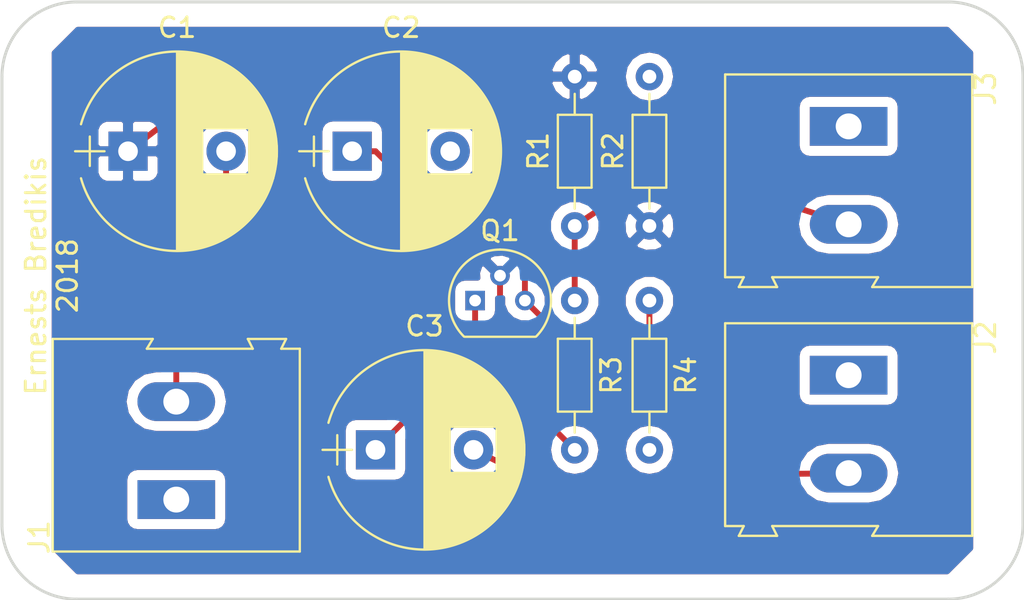
<source format=kicad_pcb>
(kicad_pcb (version 4) (host pcbnew 4.0.7)

  (general
    (links 16)
    (no_connects 5)
    (area 119.279999 90.069999 171.525001 120.725001)
    (thickness 1.6)
    (drawings 10)
    (tracks 35)
    (zones 0)
    (modules 11)
    (nets 8)
  )

  (page A4)
  (layers
    (0 F.Cu signal)
    (31 B.Cu power)
    (36 B.SilkS user)
    (37 F.SilkS user)
    (38 B.Mask user)
    (39 F.Mask user)
    (44 Edge.Cuts user)
  )

  (setup
    (last_trace_width 0.25)
    (trace_clearance 0.2)
    (zone_clearance 0.508)
    (zone_45_only no)
    (trace_min 0.2)
    (segment_width 0.2)
    (edge_width 0.15)
    (via_size 0.6)
    (via_drill 0.4)
    (via_min_size 0.4)
    (via_min_drill 0.3)
    (uvia_size 0.3)
    (uvia_drill 0.1)
    (uvias_allowed no)
    (uvia_min_size 0.2)
    (uvia_min_drill 0.1)
    (pcb_text_width 0.3)
    (pcb_text_size 1.5 1.5)
    (mod_edge_width 0.15)
    (mod_text_size 1 1)
    (mod_text_width 0.15)
    (pad_size 1.524 1.524)
    (pad_drill 0.762)
    (pad_to_mask_clearance 0.2)
    (aux_axis_origin 0 0)
    (visible_elements 7FFFEFFF)
    (pcbplotparams
      (layerselection 0x010f0_80000001)
      (usegerberextensions false)
      (excludeedgelayer true)
      (linewidth 0.100000)
      (plotframeref false)
      (viasonmask false)
      (mode 1)
      (useauxorigin false)
      (hpglpennumber 1)
      (hpglpenspeed 20)
      (hpglpendiameter 15)
      (hpglpenoverlay 2)
      (psnegative false)
      (psa4output false)
      (plotreference true)
      (plotvalue false)
      (plotinvisibletext false)
      (padsonsilk false)
      (subtractmaskfromsilk true)
      (outputformat 1)
      (mirror false)
      (drillshape 0)
      (scaleselection 1)
      (outputdirectory ./))
  )

  (net 0 "")
  (net 1 "Net-(C1-Pad1)")
  (net 2 "Net-(C1-Pad2)")
  (net 3 "Net-(C2-Pad1)")
  (net 4 GND)
  (net 5 "Net-(C3-Pad1)")
  (net 6 "Net-(C3-Pad2)")
  (net 7 "Net-(J3-Pad2)")

  (net_class Default "This is the default net class."
    (clearance 0.2)
    (trace_width 0.25)
    (via_dia 0.6)
    (via_drill 0.4)
    (uvia_dia 0.3)
    (uvia_drill 0.1)
  )

  (net_class Power ""
    (clearance 0.3)
    (trace_width 0.3)
    (via_dia 1)
    (via_drill 0.6)
    (uvia_dia 0.5)
    (uvia_drill 0.2)
    (add_net GND)
    (add_net "Net-(C1-Pad1)")
    (add_net "Net-(C1-Pad2)")
    (add_net "Net-(C2-Pad1)")
    (add_net "Net-(C3-Pad1)")
    (add_net "Net-(C3-Pad2)")
    (add_net "Net-(J3-Pad2)")
  )

  (module Resistors_THT:R_Axial_DIN0204_L3.6mm_D1.6mm_P7.62mm_Horizontal (layer F.Cu) (tedit 5874F706) (tstamp 5AC0F984)
    (at 148.59 101.6 90)
    (descr "Resistor, Axial_DIN0204 series, Axial, Horizontal, pin pitch=7.62mm, 0.16666666666666666W = 1/6W, length*diameter=3.6*1.6mm^2, http://cdn-reichelt.de/documents/datenblatt/B400/1_4W%23YAG.pdf")
    (tags "Resistor Axial_DIN0204 series Axial Horizontal pin pitch 7.62mm 0.16666666666666666W = 1/6W length 3.6mm diameter 1.6mm")
    (path /5AAA4FB1)
    (fp_text reference R1 (at 3.81 -1.86 90) (layer F.SilkS)
      (effects (font (size 1 1) (thickness 0.15)))
    )
    (fp_text value 22k (at 3.81 1.86 90) (layer F.Fab)
      (effects (font (size 1 1) (thickness 0.15)))
    )
    (fp_line (start 2.01 -0.8) (end 2.01 0.8) (layer F.Fab) (width 0.1))
    (fp_line (start 2.01 0.8) (end 5.61 0.8) (layer F.Fab) (width 0.1))
    (fp_line (start 5.61 0.8) (end 5.61 -0.8) (layer F.Fab) (width 0.1))
    (fp_line (start 5.61 -0.8) (end 2.01 -0.8) (layer F.Fab) (width 0.1))
    (fp_line (start 0 0) (end 2.01 0) (layer F.Fab) (width 0.1))
    (fp_line (start 7.62 0) (end 5.61 0) (layer F.Fab) (width 0.1))
    (fp_line (start 1.95 -0.86) (end 1.95 0.86) (layer F.SilkS) (width 0.12))
    (fp_line (start 1.95 0.86) (end 5.67 0.86) (layer F.SilkS) (width 0.12))
    (fp_line (start 5.67 0.86) (end 5.67 -0.86) (layer F.SilkS) (width 0.12))
    (fp_line (start 5.67 -0.86) (end 1.95 -0.86) (layer F.SilkS) (width 0.12))
    (fp_line (start 0.88 0) (end 1.95 0) (layer F.SilkS) (width 0.12))
    (fp_line (start 6.74 0) (end 5.67 0) (layer F.SilkS) (width 0.12))
    (fp_line (start -0.95 -1.15) (end -0.95 1.15) (layer F.CrtYd) (width 0.05))
    (fp_line (start -0.95 1.15) (end 8.6 1.15) (layer F.CrtYd) (width 0.05))
    (fp_line (start 8.6 1.15) (end 8.6 -1.15) (layer F.CrtYd) (width 0.05))
    (fp_line (start 8.6 -1.15) (end -0.95 -1.15) (layer F.CrtYd) (width 0.05))
    (pad 1 thru_hole circle (at 0 0 90) (size 1.4 1.4) (drill 0.7) (layers *.Cu *.Mask)
      (net 7 "Net-(J3-Pad2)"))
    (pad 2 thru_hole oval (at 7.62 0 90) (size 1.4 1.4) (drill 0.7) (layers *.Cu *.Mask)
      (net 1 "Net-(C1-Pad1)"))
    (model ${KISYS3DMOD}/Resistors_THT.3dshapes/R_Axial_DIN0204_L3.6mm_D1.6mm_P7.62mm_Horizontal.wrl
      (at (xyz 0 0 0))
      (scale (xyz 0.393701 0.393701 0.393701))
      (rotate (xyz 0 0 0))
    )
  )

  (module Capacitors_THT:CP_Radial_D10.0mm_P5.00mm (layer F.Cu) (tedit 597BC7C2) (tstamp 5AC0F68B)
    (at 125.81 97.79)
    (descr "CP, Radial series, Radial, pin pitch=5.00mm, , diameter=10mm, Electrolytic Capacitor")
    (tags "CP Radial series Radial pin pitch 5.00mm  diameter 10mm Electrolytic Capacitor")
    (path /5AAA527C)
    (fp_text reference C1 (at 2.5 -6.31) (layer F.SilkS)
      (effects (font (size 1 1) (thickness 0.15)))
    )
    (fp_text value 20u (at 2.5 6.31) (layer F.Fab)
      (effects (font (size 1 1) (thickness 0.15)))
    )
    (fp_arc (start 2.5 0) (end -2.399357 -1.38) (angle 148.5) (layer F.SilkS) (width 0.12))
    (fp_arc (start 2.5 0) (end -2.399357 1.38) (angle -148.5) (layer F.SilkS) (width 0.12))
    (fp_arc (start 2.5 0) (end 7.399357 -1.38) (angle 31.5) (layer F.SilkS) (width 0.12))
    (fp_circle (center 2.5 0) (end 7.5 0) (layer F.Fab) (width 0.1))
    (fp_line (start -2.7 0) (end -1.2 0) (layer F.Fab) (width 0.1))
    (fp_line (start -1.95 -0.75) (end -1.95 0.75) (layer F.Fab) (width 0.1))
    (fp_line (start 2.5 -5.05) (end 2.5 5.05) (layer F.SilkS) (width 0.12))
    (fp_line (start 2.54 -5.05) (end 2.54 5.05) (layer F.SilkS) (width 0.12))
    (fp_line (start 2.58 -5.05) (end 2.58 5.05) (layer F.SilkS) (width 0.12))
    (fp_line (start 2.62 -5.049) (end 2.62 5.049) (layer F.SilkS) (width 0.12))
    (fp_line (start 2.66 -5.048) (end 2.66 5.048) (layer F.SilkS) (width 0.12))
    (fp_line (start 2.7 -5.047) (end 2.7 5.047) (layer F.SilkS) (width 0.12))
    (fp_line (start 2.74 -5.045) (end 2.74 5.045) (layer F.SilkS) (width 0.12))
    (fp_line (start 2.78 -5.043) (end 2.78 5.043) (layer F.SilkS) (width 0.12))
    (fp_line (start 2.82 -5.04) (end 2.82 5.04) (layer F.SilkS) (width 0.12))
    (fp_line (start 2.86 -5.038) (end 2.86 5.038) (layer F.SilkS) (width 0.12))
    (fp_line (start 2.9 -5.035) (end 2.9 5.035) (layer F.SilkS) (width 0.12))
    (fp_line (start 2.94 -5.031) (end 2.94 5.031) (layer F.SilkS) (width 0.12))
    (fp_line (start 2.98 -5.028) (end 2.98 5.028) (layer F.SilkS) (width 0.12))
    (fp_line (start 3.02 -5.024) (end 3.02 5.024) (layer F.SilkS) (width 0.12))
    (fp_line (start 3.06 -5.02) (end 3.06 5.02) (layer F.SilkS) (width 0.12))
    (fp_line (start 3.1 -5.015) (end 3.1 5.015) (layer F.SilkS) (width 0.12))
    (fp_line (start 3.14 -5.01) (end 3.14 5.01) (layer F.SilkS) (width 0.12))
    (fp_line (start 3.18 -5.005) (end 3.18 5.005) (layer F.SilkS) (width 0.12))
    (fp_line (start 3.221 -4.999) (end 3.221 4.999) (layer F.SilkS) (width 0.12))
    (fp_line (start 3.261 -4.993) (end 3.261 4.993) (layer F.SilkS) (width 0.12))
    (fp_line (start 3.301 -4.987) (end 3.301 4.987) (layer F.SilkS) (width 0.12))
    (fp_line (start 3.341 -4.981) (end 3.341 4.981) (layer F.SilkS) (width 0.12))
    (fp_line (start 3.381 -4.974) (end 3.381 4.974) (layer F.SilkS) (width 0.12))
    (fp_line (start 3.421 -4.967) (end 3.421 4.967) (layer F.SilkS) (width 0.12))
    (fp_line (start 3.461 -4.959) (end 3.461 4.959) (layer F.SilkS) (width 0.12))
    (fp_line (start 3.501 -4.951) (end 3.501 4.951) (layer F.SilkS) (width 0.12))
    (fp_line (start 3.541 -4.943) (end 3.541 4.943) (layer F.SilkS) (width 0.12))
    (fp_line (start 3.581 -4.935) (end 3.581 4.935) (layer F.SilkS) (width 0.12))
    (fp_line (start 3.621 -4.926) (end 3.621 4.926) (layer F.SilkS) (width 0.12))
    (fp_line (start 3.661 -4.917) (end 3.661 4.917) (layer F.SilkS) (width 0.12))
    (fp_line (start 3.701 -4.907) (end 3.701 4.907) (layer F.SilkS) (width 0.12))
    (fp_line (start 3.741 -4.897) (end 3.741 4.897) (layer F.SilkS) (width 0.12))
    (fp_line (start 3.781 -4.887) (end 3.781 4.887) (layer F.SilkS) (width 0.12))
    (fp_line (start 3.821 -4.876) (end 3.821 -1.181) (layer F.SilkS) (width 0.12))
    (fp_line (start 3.821 1.181) (end 3.821 4.876) (layer F.SilkS) (width 0.12))
    (fp_line (start 3.861 -4.865) (end 3.861 -1.181) (layer F.SilkS) (width 0.12))
    (fp_line (start 3.861 1.181) (end 3.861 4.865) (layer F.SilkS) (width 0.12))
    (fp_line (start 3.901 -4.854) (end 3.901 -1.181) (layer F.SilkS) (width 0.12))
    (fp_line (start 3.901 1.181) (end 3.901 4.854) (layer F.SilkS) (width 0.12))
    (fp_line (start 3.941 -4.843) (end 3.941 -1.181) (layer F.SilkS) (width 0.12))
    (fp_line (start 3.941 1.181) (end 3.941 4.843) (layer F.SilkS) (width 0.12))
    (fp_line (start 3.981 -4.831) (end 3.981 -1.181) (layer F.SilkS) (width 0.12))
    (fp_line (start 3.981 1.181) (end 3.981 4.831) (layer F.SilkS) (width 0.12))
    (fp_line (start 4.021 -4.818) (end 4.021 -1.181) (layer F.SilkS) (width 0.12))
    (fp_line (start 4.021 1.181) (end 4.021 4.818) (layer F.SilkS) (width 0.12))
    (fp_line (start 4.061 -4.806) (end 4.061 -1.181) (layer F.SilkS) (width 0.12))
    (fp_line (start 4.061 1.181) (end 4.061 4.806) (layer F.SilkS) (width 0.12))
    (fp_line (start 4.101 -4.792) (end 4.101 -1.181) (layer F.SilkS) (width 0.12))
    (fp_line (start 4.101 1.181) (end 4.101 4.792) (layer F.SilkS) (width 0.12))
    (fp_line (start 4.141 -4.779) (end 4.141 -1.181) (layer F.SilkS) (width 0.12))
    (fp_line (start 4.141 1.181) (end 4.141 4.779) (layer F.SilkS) (width 0.12))
    (fp_line (start 4.181 -4.765) (end 4.181 -1.181) (layer F.SilkS) (width 0.12))
    (fp_line (start 4.181 1.181) (end 4.181 4.765) (layer F.SilkS) (width 0.12))
    (fp_line (start 4.221 -4.751) (end 4.221 -1.181) (layer F.SilkS) (width 0.12))
    (fp_line (start 4.221 1.181) (end 4.221 4.751) (layer F.SilkS) (width 0.12))
    (fp_line (start 4.261 -4.737) (end 4.261 -1.181) (layer F.SilkS) (width 0.12))
    (fp_line (start 4.261 1.181) (end 4.261 4.737) (layer F.SilkS) (width 0.12))
    (fp_line (start 4.301 -4.722) (end 4.301 -1.181) (layer F.SilkS) (width 0.12))
    (fp_line (start 4.301 1.181) (end 4.301 4.722) (layer F.SilkS) (width 0.12))
    (fp_line (start 4.341 -4.706) (end 4.341 -1.181) (layer F.SilkS) (width 0.12))
    (fp_line (start 4.341 1.181) (end 4.341 4.706) (layer F.SilkS) (width 0.12))
    (fp_line (start 4.381 -4.691) (end 4.381 -1.181) (layer F.SilkS) (width 0.12))
    (fp_line (start 4.381 1.181) (end 4.381 4.691) (layer F.SilkS) (width 0.12))
    (fp_line (start 4.421 -4.674) (end 4.421 -1.181) (layer F.SilkS) (width 0.12))
    (fp_line (start 4.421 1.181) (end 4.421 4.674) (layer F.SilkS) (width 0.12))
    (fp_line (start 4.461 -4.658) (end 4.461 -1.181) (layer F.SilkS) (width 0.12))
    (fp_line (start 4.461 1.181) (end 4.461 4.658) (layer F.SilkS) (width 0.12))
    (fp_line (start 4.501 -4.641) (end 4.501 -1.181) (layer F.SilkS) (width 0.12))
    (fp_line (start 4.501 1.181) (end 4.501 4.641) (layer F.SilkS) (width 0.12))
    (fp_line (start 4.541 -4.624) (end 4.541 -1.181) (layer F.SilkS) (width 0.12))
    (fp_line (start 4.541 1.181) (end 4.541 4.624) (layer F.SilkS) (width 0.12))
    (fp_line (start 4.581 -4.606) (end 4.581 -1.181) (layer F.SilkS) (width 0.12))
    (fp_line (start 4.581 1.181) (end 4.581 4.606) (layer F.SilkS) (width 0.12))
    (fp_line (start 4.621 -4.588) (end 4.621 -1.181) (layer F.SilkS) (width 0.12))
    (fp_line (start 4.621 1.181) (end 4.621 4.588) (layer F.SilkS) (width 0.12))
    (fp_line (start 4.661 -4.569) (end 4.661 -1.181) (layer F.SilkS) (width 0.12))
    (fp_line (start 4.661 1.181) (end 4.661 4.569) (layer F.SilkS) (width 0.12))
    (fp_line (start 4.701 -4.55) (end 4.701 -1.181) (layer F.SilkS) (width 0.12))
    (fp_line (start 4.701 1.181) (end 4.701 4.55) (layer F.SilkS) (width 0.12))
    (fp_line (start 4.741 -4.531) (end 4.741 -1.181) (layer F.SilkS) (width 0.12))
    (fp_line (start 4.741 1.181) (end 4.741 4.531) (layer F.SilkS) (width 0.12))
    (fp_line (start 4.781 -4.511) (end 4.781 -1.181) (layer F.SilkS) (width 0.12))
    (fp_line (start 4.781 1.181) (end 4.781 4.511) (layer F.SilkS) (width 0.12))
    (fp_line (start 4.821 -4.491) (end 4.821 -1.181) (layer F.SilkS) (width 0.12))
    (fp_line (start 4.821 1.181) (end 4.821 4.491) (layer F.SilkS) (width 0.12))
    (fp_line (start 4.861 -4.47) (end 4.861 -1.181) (layer F.SilkS) (width 0.12))
    (fp_line (start 4.861 1.181) (end 4.861 4.47) (layer F.SilkS) (width 0.12))
    (fp_line (start 4.901 -4.449) (end 4.901 -1.181) (layer F.SilkS) (width 0.12))
    (fp_line (start 4.901 1.181) (end 4.901 4.449) (layer F.SilkS) (width 0.12))
    (fp_line (start 4.941 -4.428) (end 4.941 -1.181) (layer F.SilkS) (width 0.12))
    (fp_line (start 4.941 1.181) (end 4.941 4.428) (layer F.SilkS) (width 0.12))
    (fp_line (start 4.981 -4.405) (end 4.981 -1.181) (layer F.SilkS) (width 0.12))
    (fp_line (start 4.981 1.181) (end 4.981 4.405) (layer F.SilkS) (width 0.12))
    (fp_line (start 5.021 -4.383) (end 5.021 -1.181) (layer F.SilkS) (width 0.12))
    (fp_line (start 5.021 1.181) (end 5.021 4.383) (layer F.SilkS) (width 0.12))
    (fp_line (start 5.061 -4.36) (end 5.061 -1.181) (layer F.SilkS) (width 0.12))
    (fp_line (start 5.061 1.181) (end 5.061 4.36) (layer F.SilkS) (width 0.12))
    (fp_line (start 5.101 -4.336) (end 5.101 -1.181) (layer F.SilkS) (width 0.12))
    (fp_line (start 5.101 1.181) (end 5.101 4.336) (layer F.SilkS) (width 0.12))
    (fp_line (start 5.141 -4.312) (end 5.141 -1.181) (layer F.SilkS) (width 0.12))
    (fp_line (start 5.141 1.181) (end 5.141 4.312) (layer F.SilkS) (width 0.12))
    (fp_line (start 5.181 -4.288) (end 5.181 -1.181) (layer F.SilkS) (width 0.12))
    (fp_line (start 5.181 1.181) (end 5.181 4.288) (layer F.SilkS) (width 0.12))
    (fp_line (start 5.221 -4.263) (end 5.221 -1.181) (layer F.SilkS) (width 0.12))
    (fp_line (start 5.221 1.181) (end 5.221 4.263) (layer F.SilkS) (width 0.12))
    (fp_line (start 5.261 -4.237) (end 5.261 -1.181) (layer F.SilkS) (width 0.12))
    (fp_line (start 5.261 1.181) (end 5.261 4.237) (layer F.SilkS) (width 0.12))
    (fp_line (start 5.301 -4.211) (end 5.301 -1.181) (layer F.SilkS) (width 0.12))
    (fp_line (start 5.301 1.181) (end 5.301 4.211) (layer F.SilkS) (width 0.12))
    (fp_line (start 5.341 -4.185) (end 5.341 -1.181) (layer F.SilkS) (width 0.12))
    (fp_line (start 5.341 1.181) (end 5.341 4.185) (layer F.SilkS) (width 0.12))
    (fp_line (start 5.381 -4.157) (end 5.381 -1.181) (layer F.SilkS) (width 0.12))
    (fp_line (start 5.381 1.181) (end 5.381 4.157) (layer F.SilkS) (width 0.12))
    (fp_line (start 5.421 -4.13) (end 5.421 -1.181) (layer F.SilkS) (width 0.12))
    (fp_line (start 5.421 1.181) (end 5.421 4.13) (layer F.SilkS) (width 0.12))
    (fp_line (start 5.461 -4.101) (end 5.461 -1.181) (layer F.SilkS) (width 0.12))
    (fp_line (start 5.461 1.181) (end 5.461 4.101) (layer F.SilkS) (width 0.12))
    (fp_line (start 5.501 -4.072) (end 5.501 -1.181) (layer F.SilkS) (width 0.12))
    (fp_line (start 5.501 1.181) (end 5.501 4.072) (layer F.SilkS) (width 0.12))
    (fp_line (start 5.541 -4.043) (end 5.541 -1.181) (layer F.SilkS) (width 0.12))
    (fp_line (start 5.541 1.181) (end 5.541 4.043) (layer F.SilkS) (width 0.12))
    (fp_line (start 5.581 -4.013) (end 5.581 -1.181) (layer F.SilkS) (width 0.12))
    (fp_line (start 5.581 1.181) (end 5.581 4.013) (layer F.SilkS) (width 0.12))
    (fp_line (start 5.621 -3.982) (end 5.621 -1.181) (layer F.SilkS) (width 0.12))
    (fp_line (start 5.621 1.181) (end 5.621 3.982) (layer F.SilkS) (width 0.12))
    (fp_line (start 5.661 -3.951) (end 5.661 -1.181) (layer F.SilkS) (width 0.12))
    (fp_line (start 5.661 1.181) (end 5.661 3.951) (layer F.SilkS) (width 0.12))
    (fp_line (start 5.701 -3.919) (end 5.701 -1.181) (layer F.SilkS) (width 0.12))
    (fp_line (start 5.701 1.181) (end 5.701 3.919) (layer F.SilkS) (width 0.12))
    (fp_line (start 5.741 -3.886) (end 5.741 -1.181) (layer F.SilkS) (width 0.12))
    (fp_line (start 5.741 1.181) (end 5.741 3.886) (layer F.SilkS) (width 0.12))
    (fp_line (start 5.781 -3.853) (end 5.781 -1.181) (layer F.SilkS) (width 0.12))
    (fp_line (start 5.781 1.181) (end 5.781 3.853) (layer F.SilkS) (width 0.12))
    (fp_line (start 5.821 -3.819) (end 5.821 -1.181) (layer F.SilkS) (width 0.12))
    (fp_line (start 5.821 1.181) (end 5.821 3.819) (layer F.SilkS) (width 0.12))
    (fp_line (start 5.861 -3.784) (end 5.861 -1.181) (layer F.SilkS) (width 0.12))
    (fp_line (start 5.861 1.181) (end 5.861 3.784) (layer F.SilkS) (width 0.12))
    (fp_line (start 5.901 -3.748) (end 5.901 -1.181) (layer F.SilkS) (width 0.12))
    (fp_line (start 5.901 1.181) (end 5.901 3.748) (layer F.SilkS) (width 0.12))
    (fp_line (start 5.941 -3.712) (end 5.941 -1.181) (layer F.SilkS) (width 0.12))
    (fp_line (start 5.941 1.181) (end 5.941 3.712) (layer F.SilkS) (width 0.12))
    (fp_line (start 5.981 -3.675) (end 5.981 -1.181) (layer F.SilkS) (width 0.12))
    (fp_line (start 5.981 1.181) (end 5.981 3.675) (layer F.SilkS) (width 0.12))
    (fp_line (start 6.021 -3.637) (end 6.021 -1.181) (layer F.SilkS) (width 0.12))
    (fp_line (start 6.021 1.181) (end 6.021 3.637) (layer F.SilkS) (width 0.12))
    (fp_line (start 6.061 -3.598) (end 6.061 -1.181) (layer F.SilkS) (width 0.12))
    (fp_line (start 6.061 1.181) (end 6.061 3.598) (layer F.SilkS) (width 0.12))
    (fp_line (start 6.101 -3.559) (end 6.101 -1.181) (layer F.SilkS) (width 0.12))
    (fp_line (start 6.101 1.181) (end 6.101 3.559) (layer F.SilkS) (width 0.12))
    (fp_line (start 6.141 -3.518) (end 6.141 -1.181) (layer F.SilkS) (width 0.12))
    (fp_line (start 6.141 1.181) (end 6.141 3.518) (layer F.SilkS) (width 0.12))
    (fp_line (start 6.181 -3.477) (end 6.181 3.477) (layer F.SilkS) (width 0.12))
    (fp_line (start 6.221 -3.435) (end 6.221 3.435) (layer F.SilkS) (width 0.12))
    (fp_line (start 6.261 -3.391) (end 6.261 3.391) (layer F.SilkS) (width 0.12))
    (fp_line (start 6.301 -3.347) (end 6.301 3.347) (layer F.SilkS) (width 0.12))
    (fp_line (start 6.341 -3.302) (end 6.341 3.302) (layer F.SilkS) (width 0.12))
    (fp_line (start 6.381 -3.255) (end 6.381 3.255) (layer F.SilkS) (width 0.12))
    (fp_line (start 6.421 -3.207) (end 6.421 3.207) (layer F.SilkS) (width 0.12))
    (fp_line (start 6.461 -3.158) (end 6.461 3.158) (layer F.SilkS) (width 0.12))
    (fp_line (start 6.501 -3.108) (end 6.501 3.108) (layer F.SilkS) (width 0.12))
    (fp_line (start 6.541 -3.057) (end 6.541 3.057) (layer F.SilkS) (width 0.12))
    (fp_line (start 6.581 -3.004) (end 6.581 3.004) (layer F.SilkS) (width 0.12))
    (fp_line (start 6.621 -2.949) (end 6.621 2.949) (layer F.SilkS) (width 0.12))
    (fp_line (start 6.661 -2.894) (end 6.661 2.894) (layer F.SilkS) (width 0.12))
    (fp_line (start 6.701 -2.836) (end 6.701 2.836) (layer F.SilkS) (width 0.12))
    (fp_line (start 6.741 -2.777) (end 6.741 2.777) (layer F.SilkS) (width 0.12))
    (fp_line (start 6.781 -2.715) (end 6.781 2.715) (layer F.SilkS) (width 0.12))
    (fp_line (start 6.821 -2.652) (end 6.821 2.652) (layer F.SilkS) (width 0.12))
    (fp_line (start 6.861 -2.587) (end 6.861 2.587) (layer F.SilkS) (width 0.12))
    (fp_line (start 6.901 -2.519) (end 6.901 2.519) (layer F.SilkS) (width 0.12))
    (fp_line (start 6.941 -2.449) (end 6.941 2.449) (layer F.SilkS) (width 0.12))
    (fp_line (start 6.981 -2.377) (end 6.981 2.377) (layer F.SilkS) (width 0.12))
    (fp_line (start 7.021 -2.301) (end 7.021 2.301) (layer F.SilkS) (width 0.12))
    (fp_line (start 7.061 -2.222) (end 7.061 2.222) (layer F.SilkS) (width 0.12))
    (fp_line (start 7.101 -2.14) (end 7.101 2.14) (layer F.SilkS) (width 0.12))
    (fp_line (start 7.141 -2.053) (end 7.141 2.053) (layer F.SilkS) (width 0.12))
    (fp_line (start 7.181 -1.962) (end 7.181 1.962) (layer F.SilkS) (width 0.12))
    (fp_line (start 7.221 -1.866) (end 7.221 1.866) (layer F.SilkS) (width 0.12))
    (fp_line (start 7.261 -1.763) (end 7.261 1.763) (layer F.SilkS) (width 0.12))
    (fp_line (start 7.301 -1.654) (end 7.301 1.654) (layer F.SilkS) (width 0.12))
    (fp_line (start 7.341 -1.536) (end 7.341 1.536) (layer F.SilkS) (width 0.12))
    (fp_line (start 7.381 -1.407) (end 7.381 1.407) (layer F.SilkS) (width 0.12))
    (fp_line (start 7.421 -1.265) (end 7.421 1.265) (layer F.SilkS) (width 0.12))
    (fp_line (start 7.461 -1.104) (end 7.461 1.104) (layer F.SilkS) (width 0.12))
    (fp_line (start 7.501 -0.913) (end 7.501 0.913) (layer F.SilkS) (width 0.12))
    (fp_line (start 7.541 -0.672) (end 7.541 0.672) (layer F.SilkS) (width 0.12))
    (fp_line (start 7.581 -0.279) (end 7.581 0.279) (layer F.SilkS) (width 0.12))
    (fp_line (start -2.7 0) (end -1.2 0) (layer F.SilkS) (width 0.12))
    (fp_line (start -1.95 -0.75) (end -1.95 0.75) (layer F.SilkS) (width 0.12))
    (fp_line (start -2.85 -5.35) (end -2.85 5.35) (layer F.CrtYd) (width 0.05))
    (fp_line (start -2.85 5.35) (end 7.85 5.35) (layer F.CrtYd) (width 0.05))
    (fp_line (start 7.85 5.35) (end 7.85 -5.35) (layer F.CrtYd) (width 0.05))
    (fp_line (start 7.85 -5.35) (end -2.85 -5.35) (layer F.CrtYd) (width 0.05))
    (fp_text user %R (at 2.5 0) (layer F.Fab)
      (effects (font (size 1 1) (thickness 0.15)))
    )
    (pad 1 thru_hole rect (at 0 0) (size 2 2) (drill 1) (layers *.Cu *.Mask)
      (net 1 "Net-(C1-Pad1)"))
    (pad 2 thru_hole circle (at 5 0) (size 2 2) (drill 1) (layers *.Cu *.Mask)
      (net 2 "Net-(C1-Pad2)"))
    (model ${KISYS3DMOD}/Capacitors_THT.3dshapes/CP_Radial_D10.0mm_P5.00mm.wrl
      (at (xyz 0 0 0))
      (scale (xyz 1 1 1))
      (rotate (xyz 0 0 0))
    )
  )

  (module TO_SOT_Packages_THT:TO-92_Molded_Narrow (layer F.Cu) (tedit 58CE52AF) (tstamp 5AC0F96E)
    (at 143.51 105.41)
    (descr "TO-92 leads molded, narrow, drill 0.6mm (see NXP sot054_po.pdf)")
    (tags "to-92 sc-43 sc-43a sot54 PA33 transistor")
    (path /5AAA5141)
    (fp_text reference Q1 (at 1.27 -3.56) (layer F.SilkS)
      (effects (font (size 1 1) (thickness 0.15)))
    )
    (fp_text value BC547 (at 1.27 2.79) (layer F.Fab)
      (effects (font (size 1 1) (thickness 0.15)))
    )
    (fp_text user %R (at 1.27 -3.56) (layer F.Fab)
      (effects (font (size 1 1) (thickness 0.15)))
    )
    (fp_line (start -0.53 1.85) (end 3.07 1.85) (layer F.SilkS) (width 0.12))
    (fp_line (start -0.5 1.75) (end 3 1.75) (layer F.Fab) (width 0.1))
    (fp_line (start -1.46 -2.73) (end 4 -2.73) (layer F.CrtYd) (width 0.05))
    (fp_line (start -1.46 -2.73) (end -1.46 2.01) (layer F.CrtYd) (width 0.05))
    (fp_line (start 4 2.01) (end 4 -2.73) (layer F.CrtYd) (width 0.05))
    (fp_line (start 4 2.01) (end -1.46 2.01) (layer F.CrtYd) (width 0.05))
    (fp_arc (start 1.27 0) (end 1.27 -2.48) (angle 135) (layer F.Fab) (width 0.1))
    (fp_arc (start 1.27 0) (end 1.27 -2.6) (angle -135) (layer F.SilkS) (width 0.12))
    (fp_arc (start 1.27 0) (end 1.27 -2.48) (angle -135) (layer F.Fab) (width 0.1))
    (fp_arc (start 1.27 0) (end 1.27 -2.6) (angle 135) (layer F.SilkS) (width 0.12))
    (pad 2 thru_hole circle (at 1.27 -1.27 90) (size 1 1) (drill 0.6) (layers *.Cu *.Mask)
      (net 1 "Net-(C1-Pad1)"))
    (pad 3 thru_hole circle (at 2.54 0 90) (size 1 1) (drill 0.6) (layers *.Cu *.Mask)
      (net 3 "Net-(C2-Pad1)"))
    (pad 1 thru_hole rect (at 0 0 90) (size 1 1) (drill 0.6) (layers *.Cu *.Mask)
      (net 5 "Net-(C3-Pad1)"))
    (model ${KISYS3DMOD}/TO_SOT_Packages_THT.3dshapes/TO-92_Molded_Narrow.wrl
      (at (xyz 0.05 0 0))
      (scale (xyz 1 1 1))
      (rotate (xyz 0 0 -90))
    )
  )

  (module Capacitors_THT:CP_Radial_D10.0mm_P5.00mm (layer F.Cu) (tedit 597BC7C2) (tstamp 5AC0F759)
    (at 137.24 97.79)
    (descr "CP, Radial series, Radial, pin pitch=5.00mm, , diameter=10mm, Electrolytic Capacitor")
    (tags "CP Radial series Radial pin pitch 5.00mm  diameter 10mm Electrolytic Capacitor")
    (path /5AAA52E5)
    (fp_text reference C2 (at 2.5 -6.31) (layer F.SilkS)
      (effects (font (size 1 1) (thickness 0.15)))
    )
    (fp_text value 50u (at 2.5 6.31) (layer F.Fab)
      (effects (font (size 1 1) (thickness 0.15)))
    )
    (fp_arc (start 2.5 0) (end -2.399357 -1.38) (angle 148.5) (layer F.SilkS) (width 0.12))
    (fp_arc (start 2.5 0) (end -2.399357 1.38) (angle -148.5) (layer F.SilkS) (width 0.12))
    (fp_arc (start 2.5 0) (end 7.399357 -1.38) (angle 31.5) (layer F.SilkS) (width 0.12))
    (fp_circle (center 2.5 0) (end 7.5 0) (layer F.Fab) (width 0.1))
    (fp_line (start -2.7 0) (end -1.2 0) (layer F.Fab) (width 0.1))
    (fp_line (start -1.95 -0.75) (end -1.95 0.75) (layer F.Fab) (width 0.1))
    (fp_line (start 2.5 -5.05) (end 2.5 5.05) (layer F.SilkS) (width 0.12))
    (fp_line (start 2.54 -5.05) (end 2.54 5.05) (layer F.SilkS) (width 0.12))
    (fp_line (start 2.58 -5.05) (end 2.58 5.05) (layer F.SilkS) (width 0.12))
    (fp_line (start 2.62 -5.049) (end 2.62 5.049) (layer F.SilkS) (width 0.12))
    (fp_line (start 2.66 -5.048) (end 2.66 5.048) (layer F.SilkS) (width 0.12))
    (fp_line (start 2.7 -5.047) (end 2.7 5.047) (layer F.SilkS) (width 0.12))
    (fp_line (start 2.74 -5.045) (end 2.74 5.045) (layer F.SilkS) (width 0.12))
    (fp_line (start 2.78 -5.043) (end 2.78 5.043) (layer F.SilkS) (width 0.12))
    (fp_line (start 2.82 -5.04) (end 2.82 5.04) (layer F.SilkS) (width 0.12))
    (fp_line (start 2.86 -5.038) (end 2.86 5.038) (layer F.SilkS) (width 0.12))
    (fp_line (start 2.9 -5.035) (end 2.9 5.035) (layer F.SilkS) (width 0.12))
    (fp_line (start 2.94 -5.031) (end 2.94 5.031) (layer F.SilkS) (width 0.12))
    (fp_line (start 2.98 -5.028) (end 2.98 5.028) (layer F.SilkS) (width 0.12))
    (fp_line (start 3.02 -5.024) (end 3.02 5.024) (layer F.SilkS) (width 0.12))
    (fp_line (start 3.06 -5.02) (end 3.06 5.02) (layer F.SilkS) (width 0.12))
    (fp_line (start 3.1 -5.015) (end 3.1 5.015) (layer F.SilkS) (width 0.12))
    (fp_line (start 3.14 -5.01) (end 3.14 5.01) (layer F.SilkS) (width 0.12))
    (fp_line (start 3.18 -5.005) (end 3.18 5.005) (layer F.SilkS) (width 0.12))
    (fp_line (start 3.221 -4.999) (end 3.221 4.999) (layer F.SilkS) (width 0.12))
    (fp_line (start 3.261 -4.993) (end 3.261 4.993) (layer F.SilkS) (width 0.12))
    (fp_line (start 3.301 -4.987) (end 3.301 4.987) (layer F.SilkS) (width 0.12))
    (fp_line (start 3.341 -4.981) (end 3.341 4.981) (layer F.SilkS) (width 0.12))
    (fp_line (start 3.381 -4.974) (end 3.381 4.974) (layer F.SilkS) (width 0.12))
    (fp_line (start 3.421 -4.967) (end 3.421 4.967) (layer F.SilkS) (width 0.12))
    (fp_line (start 3.461 -4.959) (end 3.461 4.959) (layer F.SilkS) (width 0.12))
    (fp_line (start 3.501 -4.951) (end 3.501 4.951) (layer F.SilkS) (width 0.12))
    (fp_line (start 3.541 -4.943) (end 3.541 4.943) (layer F.SilkS) (width 0.12))
    (fp_line (start 3.581 -4.935) (end 3.581 4.935) (layer F.SilkS) (width 0.12))
    (fp_line (start 3.621 -4.926) (end 3.621 4.926) (layer F.SilkS) (width 0.12))
    (fp_line (start 3.661 -4.917) (end 3.661 4.917) (layer F.SilkS) (width 0.12))
    (fp_line (start 3.701 -4.907) (end 3.701 4.907) (layer F.SilkS) (width 0.12))
    (fp_line (start 3.741 -4.897) (end 3.741 4.897) (layer F.SilkS) (width 0.12))
    (fp_line (start 3.781 -4.887) (end 3.781 4.887) (layer F.SilkS) (width 0.12))
    (fp_line (start 3.821 -4.876) (end 3.821 -1.181) (layer F.SilkS) (width 0.12))
    (fp_line (start 3.821 1.181) (end 3.821 4.876) (layer F.SilkS) (width 0.12))
    (fp_line (start 3.861 -4.865) (end 3.861 -1.181) (layer F.SilkS) (width 0.12))
    (fp_line (start 3.861 1.181) (end 3.861 4.865) (layer F.SilkS) (width 0.12))
    (fp_line (start 3.901 -4.854) (end 3.901 -1.181) (layer F.SilkS) (width 0.12))
    (fp_line (start 3.901 1.181) (end 3.901 4.854) (layer F.SilkS) (width 0.12))
    (fp_line (start 3.941 -4.843) (end 3.941 -1.181) (layer F.SilkS) (width 0.12))
    (fp_line (start 3.941 1.181) (end 3.941 4.843) (layer F.SilkS) (width 0.12))
    (fp_line (start 3.981 -4.831) (end 3.981 -1.181) (layer F.SilkS) (width 0.12))
    (fp_line (start 3.981 1.181) (end 3.981 4.831) (layer F.SilkS) (width 0.12))
    (fp_line (start 4.021 -4.818) (end 4.021 -1.181) (layer F.SilkS) (width 0.12))
    (fp_line (start 4.021 1.181) (end 4.021 4.818) (layer F.SilkS) (width 0.12))
    (fp_line (start 4.061 -4.806) (end 4.061 -1.181) (layer F.SilkS) (width 0.12))
    (fp_line (start 4.061 1.181) (end 4.061 4.806) (layer F.SilkS) (width 0.12))
    (fp_line (start 4.101 -4.792) (end 4.101 -1.181) (layer F.SilkS) (width 0.12))
    (fp_line (start 4.101 1.181) (end 4.101 4.792) (layer F.SilkS) (width 0.12))
    (fp_line (start 4.141 -4.779) (end 4.141 -1.181) (layer F.SilkS) (width 0.12))
    (fp_line (start 4.141 1.181) (end 4.141 4.779) (layer F.SilkS) (width 0.12))
    (fp_line (start 4.181 -4.765) (end 4.181 -1.181) (layer F.SilkS) (width 0.12))
    (fp_line (start 4.181 1.181) (end 4.181 4.765) (layer F.SilkS) (width 0.12))
    (fp_line (start 4.221 -4.751) (end 4.221 -1.181) (layer F.SilkS) (width 0.12))
    (fp_line (start 4.221 1.181) (end 4.221 4.751) (layer F.SilkS) (width 0.12))
    (fp_line (start 4.261 -4.737) (end 4.261 -1.181) (layer F.SilkS) (width 0.12))
    (fp_line (start 4.261 1.181) (end 4.261 4.737) (layer F.SilkS) (width 0.12))
    (fp_line (start 4.301 -4.722) (end 4.301 -1.181) (layer F.SilkS) (width 0.12))
    (fp_line (start 4.301 1.181) (end 4.301 4.722) (layer F.SilkS) (width 0.12))
    (fp_line (start 4.341 -4.706) (end 4.341 -1.181) (layer F.SilkS) (width 0.12))
    (fp_line (start 4.341 1.181) (end 4.341 4.706) (layer F.SilkS) (width 0.12))
    (fp_line (start 4.381 -4.691) (end 4.381 -1.181) (layer F.SilkS) (width 0.12))
    (fp_line (start 4.381 1.181) (end 4.381 4.691) (layer F.SilkS) (width 0.12))
    (fp_line (start 4.421 -4.674) (end 4.421 -1.181) (layer F.SilkS) (width 0.12))
    (fp_line (start 4.421 1.181) (end 4.421 4.674) (layer F.SilkS) (width 0.12))
    (fp_line (start 4.461 -4.658) (end 4.461 -1.181) (layer F.SilkS) (width 0.12))
    (fp_line (start 4.461 1.181) (end 4.461 4.658) (layer F.SilkS) (width 0.12))
    (fp_line (start 4.501 -4.641) (end 4.501 -1.181) (layer F.SilkS) (width 0.12))
    (fp_line (start 4.501 1.181) (end 4.501 4.641) (layer F.SilkS) (width 0.12))
    (fp_line (start 4.541 -4.624) (end 4.541 -1.181) (layer F.SilkS) (width 0.12))
    (fp_line (start 4.541 1.181) (end 4.541 4.624) (layer F.SilkS) (width 0.12))
    (fp_line (start 4.581 -4.606) (end 4.581 -1.181) (layer F.SilkS) (width 0.12))
    (fp_line (start 4.581 1.181) (end 4.581 4.606) (layer F.SilkS) (width 0.12))
    (fp_line (start 4.621 -4.588) (end 4.621 -1.181) (layer F.SilkS) (width 0.12))
    (fp_line (start 4.621 1.181) (end 4.621 4.588) (layer F.SilkS) (width 0.12))
    (fp_line (start 4.661 -4.569) (end 4.661 -1.181) (layer F.SilkS) (width 0.12))
    (fp_line (start 4.661 1.181) (end 4.661 4.569) (layer F.SilkS) (width 0.12))
    (fp_line (start 4.701 -4.55) (end 4.701 -1.181) (layer F.SilkS) (width 0.12))
    (fp_line (start 4.701 1.181) (end 4.701 4.55) (layer F.SilkS) (width 0.12))
    (fp_line (start 4.741 -4.531) (end 4.741 -1.181) (layer F.SilkS) (width 0.12))
    (fp_line (start 4.741 1.181) (end 4.741 4.531) (layer F.SilkS) (width 0.12))
    (fp_line (start 4.781 -4.511) (end 4.781 -1.181) (layer F.SilkS) (width 0.12))
    (fp_line (start 4.781 1.181) (end 4.781 4.511) (layer F.SilkS) (width 0.12))
    (fp_line (start 4.821 -4.491) (end 4.821 -1.181) (layer F.SilkS) (width 0.12))
    (fp_line (start 4.821 1.181) (end 4.821 4.491) (layer F.SilkS) (width 0.12))
    (fp_line (start 4.861 -4.47) (end 4.861 -1.181) (layer F.SilkS) (width 0.12))
    (fp_line (start 4.861 1.181) (end 4.861 4.47) (layer F.SilkS) (width 0.12))
    (fp_line (start 4.901 -4.449) (end 4.901 -1.181) (layer F.SilkS) (width 0.12))
    (fp_line (start 4.901 1.181) (end 4.901 4.449) (layer F.SilkS) (width 0.12))
    (fp_line (start 4.941 -4.428) (end 4.941 -1.181) (layer F.SilkS) (width 0.12))
    (fp_line (start 4.941 1.181) (end 4.941 4.428) (layer F.SilkS) (width 0.12))
    (fp_line (start 4.981 -4.405) (end 4.981 -1.181) (layer F.SilkS) (width 0.12))
    (fp_line (start 4.981 1.181) (end 4.981 4.405) (layer F.SilkS) (width 0.12))
    (fp_line (start 5.021 -4.383) (end 5.021 -1.181) (layer F.SilkS) (width 0.12))
    (fp_line (start 5.021 1.181) (end 5.021 4.383) (layer F.SilkS) (width 0.12))
    (fp_line (start 5.061 -4.36) (end 5.061 -1.181) (layer F.SilkS) (width 0.12))
    (fp_line (start 5.061 1.181) (end 5.061 4.36) (layer F.SilkS) (width 0.12))
    (fp_line (start 5.101 -4.336) (end 5.101 -1.181) (layer F.SilkS) (width 0.12))
    (fp_line (start 5.101 1.181) (end 5.101 4.336) (layer F.SilkS) (width 0.12))
    (fp_line (start 5.141 -4.312) (end 5.141 -1.181) (layer F.SilkS) (width 0.12))
    (fp_line (start 5.141 1.181) (end 5.141 4.312) (layer F.SilkS) (width 0.12))
    (fp_line (start 5.181 -4.288) (end 5.181 -1.181) (layer F.SilkS) (width 0.12))
    (fp_line (start 5.181 1.181) (end 5.181 4.288) (layer F.SilkS) (width 0.12))
    (fp_line (start 5.221 -4.263) (end 5.221 -1.181) (layer F.SilkS) (width 0.12))
    (fp_line (start 5.221 1.181) (end 5.221 4.263) (layer F.SilkS) (width 0.12))
    (fp_line (start 5.261 -4.237) (end 5.261 -1.181) (layer F.SilkS) (width 0.12))
    (fp_line (start 5.261 1.181) (end 5.261 4.237) (layer F.SilkS) (width 0.12))
    (fp_line (start 5.301 -4.211) (end 5.301 -1.181) (layer F.SilkS) (width 0.12))
    (fp_line (start 5.301 1.181) (end 5.301 4.211) (layer F.SilkS) (width 0.12))
    (fp_line (start 5.341 -4.185) (end 5.341 -1.181) (layer F.SilkS) (width 0.12))
    (fp_line (start 5.341 1.181) (end 5.341 4.185) (layer F.SilkS) (width 0.12))
    (fp_line (start 5.381 -4.157) (end 5.381 -1.181) (layer F.SilkS) (width 0.12))
    (fp_line (start 5.381 1.181) (end 5.381 4.157) (layer F.SilkS) (width 0.12))
    (fp_line (start 5.421 -4.13) (end 5.421 -1.181) (layer F.SilkS) (width 0.12))
    (fp_line (start 5.421 1.181) (end 5.421 4.13) (layer F.SilkS) (width 0.12))
    (fp_line (start 5.461 -4.101) (end 5.461 -1.181) (layer F.SilkS) (width 0.12))
    (fp_line (start 5.461 1.181) (end 5.461 4.101) (layer F.SilkS) (width 0.12))
    (fp_line (start 5.501 -4.072) (end 5.501 -1.181) (layer F.SilkS) (width 0.12))
    (fp_line (start 5.501 1.181) (end 5.501 4.072) (layer F.SilkS) (width 0.12))
    (fp_line (start 5.541 -4.043) (end 5.541 -1.181) (layer F.SilkS) (width 0.12))
    (fp_line (start 5.541 1.181) (end 5.541 4.043) (layer F.SilkS) (width 0.12))
    (fp_line (start 5.581 -4.013) (end 5.581 -1.181) (layer F.SilkS) (width 0.12))
    (fp_line (start 5.581 1.181) (end 5.581 4.013) (layer F.SilkS) (width 0.12))
    (fp_line (start 5.621 -3.982) (end 5.621 -1.181) (layer F.SilkS) (width 0.12))
    (fp_line (start 5.621 1.181) (end 5.621 3.982) (layer F.SilkS) (width 0.12))
    (fp_line (start 5.661 -3.951) (end 5.661 -1.181) (layer F.SilkS) (width 0.12))
    (fp_line (start 5.661 1.181) (end 5.661 3.951) (layer F.SilkS) (width 0.12))
    (fp_line (start 5.701 -3.919) (end 5.701 -1.181) (layer F.SilkS) (width 0.12))
    (fp_line (start 5.701 1.181) (end 5.701 3.919) (layer F.SilkS) (width 0.12))
    (fp_line (start 5.741 -3.886) (end 5.741 -1.181) (layer F.SilkS) (width 0.12))
    (fp_line (start 5.741 1.181) (end 5.741 3.886) (layer F.SilkS) (width 0.12))
    (fp_line (start 5.781 -3.853) (end 5.781 -1.181) (layer F.SilkS) (width 0.12))
    (fp_line (start 5.781 1.181) (end 5.781 3.853) (layer F.SilkS) (width 0.12))
    (fp_line (start 5.821 -3.819) (end 5.821 -1.181) (layer F.SilkS) (width 0.12))
    (fp_line (start 5.821 1.181) (end 5.821 3.819) (layer F.SilkS) (width 0.12))
    (fp_line (start 5.861 -3.784) (end 5.861 -1.181) (layer F.SilkS) (width 0.12))
    (fp_line (start 5.861 1.181) (end 5.861 3.784) (layer F.SilkS) (width 0.12))
    (fp_line (start 5.901 -3.748) (end 5.901 -1.181) (layer F.SilkS) (width 0.12))
    (fp_line (start 5.901 1.181) (end 5.901 3.748) (layer F.SilkS) (width 0.12))
    (fp_line (start 5.941 -3.712) (end 5.941 -1.181) (layer F.SilkS) (width 0.12))
    (fp_line (start 5.941 1.181) (end 5.941 3.712) (layer F.SilkS) (width 0.12))
    (fp_line (start 5.981 -3.675) (end 5.981 -1.181) (layer F.SilkS) (width 0.12))
    (fp_line (start 5.981 1.181) (end 5.981 3.675) (layer F.SilkS) (width 0.12))
    (fp_line (start 6.021 -3.637) (end 6.021 -1.181) (layer F.SilkS) (width 0.12))
    (fp_line (start 6.021 1.181) (end 6.021 3.637) (layer F.SilkS) (width 0.12))
    (fp_line (start 6.061 -3.598) (end 6.061 -1.181) (layer F.SilkS) (width 0.12))
    (fp_line (start 6.061 1.181) (end 6.061 3.598) (layer F.SilkS) (width 0.12))
    (fp_line (start 6.101 -3.559) (end 6.101 -1.181) (layer F.SilkS) (width 0.12))
    (fp_line (start 6.101 1.181) (end 6.101 3.559) (layer F.SilkS) (width 0.12))
    (fp_line (start 6.141 -3.518) (end 6.141 -1.181) (layer F.SilkS) (width 0.12))
    (fp_line (start 6.141 1.181) (end 6.141 3.518) (layer F.SilkS) (width 0.12))
    (fp_line (start 6.181 -3.477) (end 6.181 3.477) (layer F.SilkS) (width 0.12))
    (fp_line (start 6.221 -3.435) (end 6.221 3.435) (layer F.SilkS) (width 0.12))
    (fp_line (start 6.261 -3.391) (end 6.261 3.391) (layer F.SilkS) (width 0.12))
    (fp_line (start 6.301 -3.347) (end 6.301 3.347) (layer F.SilkS) (width 0.12))
    (fp_line (start 6.341 -3.302) (end 6.341 3.302) (layer F.SilkS) (width 0.12))
    (fp_line (start 6.381 -3.255) (end 6.381 3.255) (layer F.SilkS) (width 0.12))
    (fp_line (start 6.421 -3.207) (end 6.421 3.207) (layer F.SilkS) (width 0.12))
    (fp_line (start 6.461 -3.158) (end 6.461 3.158) (layer F.SilkS) (width 0.12))
    (fp_line (start 6.501 -3.108) (end 6.501 3.108) (layer F.SilkS) (width 0.12))
    (fp_line (start 6.541 -3.057) (end 6.541 3.057) (layer F.SilkS) (width 0.12))
    (fp_line (start 6.581 -3.004) (end 6.581 3.004) (layer F.SilkS) (width 0.12))
    (fp_line (start 6.621 -2.949) (end 6.621 2.949) (layer F.SilkS) (width 0.12))
    (fp_line (start 6.661 -2.894) (end 6.661 2.894) (layer F.SilkS) (width 0.12))
    (fp_line (start 6.701 -2.836) (end 6.701 2.836) (layer F.SilkS) (width 0.12))
    (fp_line (start 6.741 -2.777) (end 6.741 2.777) (layer F.SilkS) (width 0.12))
    (fp_line (start 6.781 -2.715) (end 6.781 2.715) (layer F.SilkS) (width 0.12))
    (fp_line (start 6.821 -2.652) (end 6.821 2.652) (layer F.SilkS) (width 0.12))
    (fp_line (start 6.861 -2.587) (end 6.861 2.587) (layer F.SilkS) (width 0.12))
    (fp_line (start 6.901 -2.519) (end 6.901 2.519) (layer F.SilkS) (width 0.12))
    (fp_line (start 6.941 -2.449) (end 6.941 2.449) (layer F.SilkS) (width 0.12))
    (fp_line (start 6.981 -2.377) (end 6.981 2.377) (layer F.SilkS) (width 0.12))
    (fp_line (start 7.021 -2.301) (end 7.021 2.301) (layer F.SilkS) (width 0.12))
    (fp_line (start 7.061 -2.222) (end 7.061 2.222) (layer F.SilkS) (width 0.12))
    (fp_line (start 7.101 -2.14) (end 7.101 2.14) (layer F.SilkS) (width 0.12))
    (fp_line (start 7.141 -2.053) (end 7.141 2.053) (layer F.SilkS) (width 0.12))
    (fp_line (start 7.181 -1.962) (end 7.181 1.962) (layer F.SilkS) (width 0.12))
    (fp_line (start 7.221 -1.866) (end 7.221 1.866) (layer F.SilkS) (width 0.12))
    (fp_line (start 7.261 -1.763) (end 7.261 1.763) (layer F.SilkS) (width 0.12))
    (fp_line (start 7.301 -1.654) (end 7.301 1.654) (layer F.SilkS) (width 0.12))
    (fp_line (start 7.341 -1.536) (end 7.341 1.536) (layer F.SilkS) (width 0.12))
    (fp_line (start 7.381 -1.407) (end 7.381 1.407) (layer F.SilkS) (width 0.12))
    (fp_line (start 7.421 -1.265) (end 7.421 1.265) (layer F.SilkS) (width 0.12))
    (fp_line (start 7.461 -1.104) (end 7.461 1.104) (layer F.SilkS) (width 0.12))
    (fp_line (start 7.501 -0.913) (end 7.501 0.913) (layer F.SilkS) (width 0.12))
    (fp_line (start 7.541 -0.672) (end 7.541 0.672) (layer F.SilkS) (width 0.12))
    (fp_line (start 7.581 -0.279) (end 7.581 0.279) (layer F.SilkS) (width 0.12))
    (fp_line (start -2.7 0) (end -1.2 0) (layer F.SilkS) (width 0.12))
    (fp_line (start -1.95 -0.75) (end -1.95 0.75) (layer F.SilkS) (width 0.12))
    (fp_line (start -2.85 -5.35) (end -2.85 5.35) (layer F.CrtYd) (width 0.05))
    (fp_line (start -2.85 5.35) (end 7.85 5.35) (layer F.CrtYd) (width 0.05))
    (fp_line (start 7.85 5.35) (end 7.85 -5.35) (layer F.CrtYd) (width 0.05))
    (fp_line (start 7.85 -5.35) (end -2.85 -5.35) (layer F.CrtYd) (width 0.05))
    (fp_text user %R (at 2.5 0) (layer F.Fab)
      (effects (font (size 1 1) (thickness 0.15)))
    )
    (pad 1 thru_hole rect (at 0 0) (size 2 2) (drill 1) (layers *.Cu *.Mask)
      (net 3 "Net-(C2-Pad1)"))
    (pad 2 thru_hole circle (at 5 0) (size 2 2) (drill 1) (layers *.Cu *.Mask)
      (net 4 GND))
    (model ${KISYS3DMOD}/Capacitors_THT.3dshapes/CP_Radial_D10.0mm_P5.00mm.wrl
      (at (xyz 0 0 0))
      (scale (xyz 1 1 1))
      (rotate (xyz 0 0 0))
    )
  )

  (module Connectors_Terminal_Blocks:TerminalBlock_Altech_AK300-2_P5.00mm (layer F.Cu) (tedit 59FF0306) (tstamp 5AC0F95C)
    (at 162.56 96.52 270)
    (descr "Altech AK300 terminal block, pitch 5.0mm, 45 degree angled, see http://www.mouser.com/ds/2/16/PCBMETRC-24178.pdf")
    (tags "Altech AK300 terminal block pitch 5.0mm")
    (path /5AC0DB71)
    (fp_text reference J3 (at -1.92 -6.99 270) (layer F.SilkS)
      (effects (font (size 1 1) (thickness 0.15)))
    )
    (fp_text value Power (at 2.78 7.75 270) (layer F.Fab)
      (effects (font (size 1 1) (thickness 0.15)))
    )
    (fp_text user %R (at 2.5 -2 360) (layer F.Fab)
      (effects (font (size 1 1) (thickness 0.15)))
    )
    (fp_line (start -2.65 -6.3) (end -2.65 6.3) (layer F.SilkS) (width 0.12))
    (fp_line (start -2.65 6.3) (end 7.7 6.3) (layer F.SilkS) (width 0.12))
    (fp_line (start 7.7 6.3) (end 7.7 5.35) (layer F.SilkS) (width 0.12))
    (fp_line (start 7.7 5.35) (end 8.2 5.6) (layer F.SilkS) (width 0.12))
    (fp_line (start 8.2 5.6) (end 8.2 3.7) (layer F.SilkS) (width 0.12))
    (fp_line (start 8.2 3.7) (end 8.2 3.65) (layer F.SilkS) (width 0.12))
    (fp_line (start 8.2 3.65) (end 7.7 3.9) (layer F.SilkS) (width 0.12))
    (fp_line (start 7.7 3.9) (end 7.7 -1.5) (layer F.SilkS) (width 0.12))
    (fp_line (start 7.7 -1.5) (end 8.2 -1.2) (layer F.SilkS) (width 0.12))
    (fp_line (start 8.2 -1.2) (end 8.2 -6.3) (layer F.SilkS) (width 0.12))
    (fp_line (start 8.2 -6.3) (end -2.65 -6.3) (layer F.SilkS) (width 0.12))
    (fp_line (start -1.26 2.54) (end 1.28 2.54) (layer F.Fab) (width 0.1))
    (fp_line (start 1.28 2.54) (end 1.28 -0.25) (layer F.Fab) (width 0.1))
    (fp_line (start -1.26 -0.25) (end 1.28 -0.25) (layer F.Fab) (width 0.1))
    (fp_line (start -1.26 2.54) (end -1.26 -0.25) (layer F.Fab) (width 0.1))
    (fp_line (start 3.74 2.54) (end 6.28 2.54) (layer F.Fab) (width 0.1))
    (fp_line (start 6.28 2.54) (end 6.28 -0.25) (layer F.Fab) (width 0.1))
    (fp_line (start 3.74 -0.25) (end 6.28 -0.25) (layer F.Fab) (width 0.1))
    (fp_line (start 3.74 2.54) (end 3.74 -0.25) (layer F.Fab) (width 0.1))
    (fp_line (start 7.61 -6.22) (end 7.61 -3.17) (layer F.Fab) (width 0.1))
    (fp_line (start 7.61 -6.22) (end -2.58 -6.22) (layer F.Fab) (width 0.1))
    (fp_line (start 7.61 -6.22) (end 8.11 -6.22) (layer F.Fab) (width 0.1))
    (fp_line (start 8.11 -6.22) (end 8.11 -1.4) (layer F.Fab) (width 0.1))
    (fp_line (start 8.11 -1.4) (end 7.61 -1.65) (layer F.Fab) (width 0.1))
    (fp_line (start 8.11 5.46) (end 7.61 5.21) (layer F.Fab) (width 0.1))
    (fp_line (start 7.61 5.21) (end 7.61 6.22) (layer F.Fab) (width 0.1))
    (fp_line (start 8.11 3.81) (end 7.61 4.06) (layer F.Fab) (width 0.1))
    (fp_line (start 7.61 4.06) (end 7.61 5.21) (layer F.Fab) (width 0.1))
    (fp_line (start 8.11 3.81) (end 8.11 5.46) (layer F.Fab) (width 0.1))
    (fp_line (start 2.98 6.22) (end 2.98 4.32) (layer F.Fab) (width 0.1))
    (fp_line (start 7.05 -0.25) (end 7.05 4.32) (layer F.Fab) (width 0.1))
    (fp_line (start 2.98 6.22) (end 7.05 6.22) (layer F.Fab) (width 0.1))
    (fp_line (start 7.05 6.22) (end 7.61 6.22) (layer F.Fab) (width 0.1))
    (fp_line (start 2.04 6.22) (end 2.04 4.32) (layer F.Fab) (width 0.1))
    (fp_line (start 2.04 6.22) (end 2.98 6.22) (layer F.Fab) (width 0.1))
    (fp_line (start -2.02 -0.25) (end -2.02 4.32) (layer F.Fab) (width 0.1))
    (fp_line (start -2.58 6.22) (end -2.02 6.22) (layer F.Fab) (width 0.1))
    (fp_line (start -2.02 6.22) (end 2.04 6.22) (layer F.Fab) (width 0.1))
    (fp_line (start 2.98 4.32) (end 7.05 4.32) (layer F.Fab) (width 0.1))
    (fp_line (start 2.98 4.32) (end 2.98 -0.25) (layer F.Fab) (width 0.1))
    (fp_line (start 7.05 4.32) (end 7.05 6.22) (layer F.Fab) (width 0.1))
    (fp_line (start 2.04 4.32) (end -2.02 4.32) (layer F.Fab) (width 0.1))
    (fp_line (start 2.04 4.32) (end 2.04 -0.25) (layer F.Fab) (width 0.1))
    (fp_line (start -2.02 4.32) (end -2.02 6.22) (layer F.Fab) (width 0.1))
    (fp_line (start 6.67 3.68) (end 6.67 0.51) (layer F.Fab) (width 0.1))
    (fp_line (start 6.67 3.68) (end 3.36 3.68) (layer F.Fab) (width 0.1))
    (fp_line (start 3.36 3.68) (end 3.36 0.51) (layer F.Fab) (width 0.1))
    (fp_line (start 1.66 3.68) (end 1.66 0.51) (layer F.Fab) (width 0.1))
    (fp_line (start 1.66 3.68) (end -1.64 3.68) (layer F.Fab) (width 0.1))
    (fp_line (start -1.64 3.68) (end -1.64 0.51) (layer F.Fab) (width 0.1))
    (fp_line (start -1.64 0.51) (end -1.26 0.51) (layer F.Fab) (width 0.1))
    (fp_line (start 1.66 0.51) (end 1.28 0.51) (layer F.Fab) (width 0.1))
    (fp_line (start 3.36 0.51) (end 3.74 0.51) (layer F.Fab) (width 0.1))
    (fp_line (start 6.67 0.51) (end 6.28 0.51) (layer F.Fab) (width 0.1))
    (fp_line (start -2.58 6.22) (end -2.58 -0.64) (layer F.Fab) (width 0.1))
    (fp_line (start -2.58 -0.64) (end -2.58 -3.17) (layer F.Fab) (width 0.1))
    (fp_line (start 7.61 -1.65) (end 7.61 -0.64) (layer F.Fab) (width 0.1))
    (fp_line (start 7.61 -0.64) (end 7.61 4.06) (layer F.Fab) (width 0.1))
    (fp_line (start -2.58 -3.17) (end 7.61 -3.17) (layer F.Fab) (width 0.1))
    (fp_line (start -2.58 -3.17) (end -2.58 -6.22) (layer F.Fab) (width 0.1))
    (fp_line (start 7.61 -3.17) (end 7.61 -1.65) (layer F.Fab) (width 0.1))
    (fp_line (start 2.98 -3.43) (end 2.98 -5.97) (layer F.Fab) (width 0.1))
    (fp_line (start 2.98 -5.97) (end 7.05 -5.97) (layer F.Fab) (width 0.1))
    (fp_line (start 7.05 -5.97) (end 7.05 -3.43) (layer F.Fab) (width 0.1))
    (fp_line (start 7.05 -3.43) (end 2.98 -3.43) (layer F.Fab) (width 0.1))
    (fp_line (start 2.04 -3.43) (end 2.04 -5.97) (layer F.Fab) (width 0.1))
    (fp_line (start 2.04 -3.43) (end -2.02 -3.43) (layer F.Fab) (width 0.1))
    (fp_line (start -2.02 -3.43) (end -2.02 -5.97) (layer F.Fab) (width 0.1))
    (fp_line (start 2.04 -5.97) (end -2.02 -5.97) (layer F.Fab) (width 0.1))
    (fp_line (start 3.39 -4.45) (end 6.44 -5.08) (layer F.Fab) (width 0.1))
    (fp_line (start 3.52 -4.32) (end 6.56 -4.95) (layer F.Fab) (width 0.1))
    (fp_line (start -1.62 -4.45) (end 1.44 -5.08) (layer F.Fab) (width 0.1))
    (fp_line (start -1.49 -4.32) (end 1.56 -4.95) (layer F.Fab) (width 0.1))
    (fp_line (start -2.02 -0.25) (end -1.64 -0.25) (layer F.Fab) (width 0.1))
    (fp_line (start 2.04 -0.25) (end 1.66 -0.25) (layer F.Fab) (width 0.1))
    (fp_line (start 1.66 -0.25) (end -1.64 -0.25) (layer F.Fab) (width 0.1))
    (fp_line (start -2.58 -0.64) (end -1.64 -0.64) (layer F.Fab) (width 0.1))
    (fp_line (start -1.64 -0.64) (end 1.66 -0.64) (layer F.Fab) (width 0.1))
    (fp_line (start 1.66 -0.64) (end 3.36 -0.64) (layer F.Fab) (width 0.1))
    (fp_line (start 7.61 -0.64) (end 6.67 -0.64) (layer F.Fab) (width 0.1))
    (fp_line (start 6.67 -0.64) (end 3.36 -0.64) (layer F.Fab) (width 0.1))
    (fp_line (start 7.05 -0.25) (end 6.67 -0.25) (layer F.Fab) (width 0.1))
    (fp_line (start 2.98 -0.25) (end 3.36 -0.25) (layer F.Fab) (width 0.1))
    (fp_line (start 3.36 -0.25) (end 6.67 -0.25) (layer F.Fab) (width 0.1))
    (fp_line (start -2.83 -6.47) (end 8.36 -6.47) (layer F.CrtYd) (width 0.05))
    (fp_line (start -2.83 -6.47) (end -2.83 6.47) (layer F.CrtYd) (width 0.05))
    (fp_line (start 8.36 6.47) (end 8.36 -6.47) (layer F.CrtYd) (width 0.05))
    (fp_line (start 8.36 6.47) (end -2.83 6.47) (layer F.CrtYd) (width 0.05))
    (fp_arc (start 6.03 -4.59) (end 6.54 -5.05) (angle 90.5) (layer F.Fab) (width 0.1))
    (fp_arc (start 5.07 -6.07) (end 6.53 -4.12) (angle 75.5) (layer F.Fab) (width 0.1))
    (fp_arc (start 4.99 -3.71) (end 3.39 -5) (angle 100) (layer F.Fab) (width 0.1))
    (fp_arc (start 3.87 -4.65) (end 3.58 -4.13) (angle 104.2) (layer F.Fab) (width 0.1))
    (fp_arc (start 1.03 -4.59) (end 1.53 -5.05) (angle 90.5) (layer F.Fab) (width 0.1))
    (fp_arc (start 0.06 -6.07) (end 1.53 -4.12) (angle 75.5) (layer F.Fab) (width 0.1))
    (fp_arc (start -0.01 -3.71) (end -1.62 -5) (angle 100) (layer F.Fab) (width 0.1))
    (fp_arc (start -1.13 -4.65) (end -1.42 -4.13) (angle 104.2) (layer F.Fab) (width 0.1))
    (pad 1 thru_hole rect (at 0 0 270) (size 1.98 3.96) (drill 1.32) (layers *.Cu *.Mask)
      (net 4 GND))
    (pad 2 thru_hole oval (at 5 0 270) (size 1.98 3.96) (drill 1.32) (layers *.Cu *.Mask)
      (net 7 "Net-(J3-Pad2)"))
    (model ${KISYS3DMOD}/Terminal_Blocks.3dshapes/TerminalBlock_Altech_AK300-2_P5.00mm.wrl
      (at (xyz 0 0 0))
      (scale (xyz 1 1 1))
      (rotate (xyz 0 0 0))
    )
  )

  (module Capacitors_THT:CP_Radial_D10.0mm_P5.00mm (layer F.Cu) (tedit 597BC7C2) (tstamp 5AC0F827)
    (at 138.43 113.03)
    (descr "CP, Radial series, Radial, pin pitch=5.00mm, , diameter=10mm, Electrolytic Capacitor")
    (tags "CP Radial series Radial pin pitch 5.00mm  diameter 10mm Electrolytic Capacitor")
    (path /5AAA51FE)
    (fp_text reference C3 (at 2.5 -6.31) (layer F.SilkS)
      (effects (font (size 1 1) (thickness 0.15)))
    )
    (fp_text value 20u (at 2.5 6.31) (layer F.Fab)
      (effects (font (size 1 1) (thickness 0.15)))
    )
    (fp_arc (start 2.5 0) (end -2.399357 -1.38) (angle 148.5) (layer F.SilkS) (width 0.12))
    (fp_arc (start 2.5 0) (end -2.399357 1.38) (angle -148.5) (layer F.SilkS) (width 0.12))
    (fp_arc (start 2.5 0) (end 7.399357 -1.38) (angle 31.5) (layer F.SilkS) (width 0.12))
    (fp_circle (center 2.5 0) (end 7.5 0) (layer F.Fab) (width 0.1))
    (fp_line (start -2.7 0) (end -1.2 0) (layer F.Fab) (width 0.1))
    (fp_line (start -1.95 -0.75) (end -1.95 0.75) (layer F.Fab) (width 0.1))
    (fp_line (start 2.5 -5.05) (end 2.5 5.05) (layer F.SilkS) (width 0.12))
    (fp_line (start 2.54 -5.05) (end 2.54 5.05) (layer F.SilkS) (width 0.12))
    (fp_line (start 2.58 -5.05) (end 2.58 5.05) (layer F.SilkS) (width 0.12))
    (fp_line (start 2.62 -5.049) (end 2.62 5.049) (layer F.SilkS) (width 0.12))
    (fp_line (start 2.66 -5.048) (end 2.66 5.048) (layer F.SilkS) (width 0.12))
    (fp_line (start 2.7 -5.047) (end 2.7 5.047) (layer F.SilkS) (width 0.12))
    (fp_line (start 2.74 -5.045) (end 2.74 5.045) (layer F.SilkS) (width 0.12))
    (fp_line (start 2.78 -5.043) (end 2.78 5.043) (layer F.SilkS) (width 0.12))
    (fp_line (start 2.82 -5.04) (end 2.82 5.04) (layer F.SilkS) (width 0.12))
    (fp_line (start 2.86 -5.038) (end 2.86 5.038) (layer F.SilkS) (width 0.12))
    (fp_line (start 2.9 -5.035) (end 2.9 5.035) (layer F.SilkS) (width 0.12))
    (fp_line (start 2.94 -5.031) (end 2.94 5.031) (layer F.SilkS) (width 0.12))
    (fp_line (start 2.98 -5.028) (end 2.98 5.028) (layer F.SilkS) (width 0.12))
    (fp_line (start 3.02 -5.024) (end 3.02 5.024) (layer F.SilkS) (width 0.12))
    (fp_line (start 3.06 -5.02) (end 3.06 5.02) (layer F.SilkS) (width 0.12))
    (fp_line (start 3.1 -5.015) (end 3.1 5.015) (layer F.SilkS) (width 0.12))
    (fp_line (start 3.14 -5.01) (end 3.14 5.01) (layer F.SilkS) (width 0.12))
    (fp_line (start 3.18 -5.005) (end 3.18 5.005) (layer F.SilkS) (width 0.12))
    (fp_line (start 3.221 -4.999) (end 3.221 4.999) (layer F.SilkS) (width 0.12))
    (fp_line (start 3.261 -4.993) (end 3.261 4.993) (layer F.SilkS) (width 0.12))
    (fp_line (start 3.301 -4.987) (end 3.301 4.987) (layer F.SilkS) (width 0.12))
    (fp_line (start 3.341 -4.981) (end 3.341 4.981) (layer F.SilkS) (width 0.12))
    (fp_line (start 3.381 -4.974) (end 3.381 4.974) (layer F.SilkS) (width 0.12))
    (fp_line (start 3.421 -4.967) (end 3.421 4.967) (layer F.SilkS) (width 0.12))
    (fp_line (start 3.461 -4.959) (end 3.461 4.959) (layer F.SilkS) (width 0.12))
    (fp_line (start 3.501 -4.951) (end 3.501 4.951) (layer F.SilkS) (width 0.12))
    (fp_line (start 3.541 -4.943) (end 3.541 4.943) (layer F.SilkS) (width 0.12))
    (fp_line (start 3.581 -4.935) (end 3.581 4.935) (layer F.SilkS) (width 0.12))
    (fp_line (start 3.621 -4.926) (end 3.621 4.926) (layer F.SilkS) (width 0.12))
    (fp_line (start 3.661 -4.917) (end 3.661 4.917) (layer F.SilkS) (width 0.12))
    (fp_line (start 3.701 -4.907) (end 3.701 4.907) (layer F.SilkS) (width 0.12))
    (fp_line (start 3.741 -4.897) (end 3.741 4.897) (layer F.SilkS) (width 0.12))
    (fp_line (start 3.781 -4.887) (end 3.781 4.887) (layer F.SilkS) (width 0.12))
    (fp_line (start 3.821 -4.876) (end 3.821 -1.181) (layer F.SilkS) (width 0.12))
    (fp_line (start 3.821 1.181) (end 3.821 4.876) (layer F.SilkS) (width 0.12))
    (fp_line (start 3.861 -4.865) (end 3.861 -1.181) (layer F.SilkS) (width 0.12))
    (fp_line (start 3.861 1.181) (end 3.861 4.865) (layer F.SilkS) (width 0.12))
    (fp_line (start 3.901 -4.854) (end 3.901 -1.181) (layer F.SilkS) (width 0.12))
    (fp_line (start 3.901 1.181) (end 3.901 4.854) (layer F.SilkS) (width 0.12))
    (fp_line (start 3.941 -4.843) (end 3.941 -1.181) (layer F.SilkS) (width 0.12))
    (fp_line (start 3.941 1.181) (end 3.941 4.843) (layer F.SilkS) (width 0.12))
    (fp_line (start 3.981 -4.831) (end 3.981 -1.181) (layer F.SilkS) (width 0.12))
    (fp_line (start 3.981 1.181) (end 3.981 4.831) (layer F.SilkS) (width 0.12))
    (fp_line (start 4.021 -4.818) (end 4.021 -1.181) (layer F.SilkS) (width 0.12))
    (fp_line (start 4.021 1.181) (end 4.021 4.818) (layer F.SilkS) (width 0.12))
    (fp_line (start 4.061 -4.806) (end 4.061 -1.181) (layer F.SilkS) (width 0.12))
    (fp_line (start 4.061 1.181) (end 4.061 4.806) (layer F.SilkS) (width 0.12))
    (fp_line (start 4.101 -4.792) (end 4.101 -1.181) (layer F.SilkS) (width 0.12))
    (fp_line (start 4.101 1.181) (end 4.101 4.792) (layer F.SilkS) (width 0.12))
    (fp_line (start 4.141 -4.779) (end 4.141 -1.181) (layer F.SilkS) (width 0.12))
    (fp_line (start 4.141 1.181) (end 4.141 4.779) (layer F.SilkS) (width 0.12))
    (fp_line (start 4.181 -4.765) (end 4.181 -1.181) (layer F.SilkS) (width 0.12))
    (fp_line (start 4.181 1.181) (end 4.181 4.765) (layer F.SilkS) (width 0.12))
    (fp_line (start 4.221 -4.751) (end 4.221 -1.181) (layer F.SilkS) (width 0.12))
    (fp_line (start 4.221 1.181) (end 4.221 4.751) (layer F.SilkS) (width 0.12))
    (fp_line (start 4.261 -4.737) (end 4.261 -1.181) (layer F.SilkS) (width 0.12))
    (fp_line (start 4.261 1.181) (end 4.261 4.737) (layer F.SilkS) (width 0.12))
    (fp_line (start 4.301 -4.722) (end 4.301 -1.181) (layer F.SilkS) (width 0.12))
    (fp_line (start 4.301 1.181) (end 4.301 4.722) (layer F.SilkS) (width 0.12))
    (fp_line (start 4.341 -4.706) (end 4.341 -1.181) (layer F.SilkS) (width 0.12))
    (fp_line (start 4.341 1.181) (end 4.341 4.706) (layer F.SilkS) (width 0.12))
    (fp_line (start 4.381 -4.691) (end 4.381 -1.181) (layer F.SilkS) (width 0.12))
    (fp_line (start 4.381 1.181) (end 4.381 4.691) (layer F.SilkS) (width 0.12))
    (fp_line (start 4.421 -4.674) (end 4.421 -1.181) (layer F.SilkS) (width 0.12))
    (fp_line (start 4.421 1.181) (end 4.421 4.674) (layer F.SilkS) (width 0.12))
    (fp_line (start 4.461 -4.658) (end 4.461 -1.181) (layer F.SilkS) (width 0.12))
    (fp_line (start 4.461 1.181) (end 4.461 4.658) (layer F.SilkS) (width 0.12))
    (fp_line (start 4.501 -4.641) (end 4.501 -1.181) (layer F.SilkS) (width 0.12))
    (fp_line (start 4.501 1.181) (end 4.501 4.641) (layer F.SilkS) (width 0.12))
    (fp_line (start 4.541 -4.624) (end 4.541 -1.181) (layer F.SilkS) (width 0.12))
    (fp_line (start 4.541 1.181) (end 4.541 4.624) (layer F.SilkS) (width 0.12))
    (fp_line (start 4.581 -4.606) (end 4.581 -1.181) (layer F.SilkS) (width 0.12))
    (fp_line (start 4.581 1.181) (end 4.581 4.606) (layer F.SilkS) (width 0.12))
    (fp_line (start 4.621 -4.588) (end 4.621 -1.181) (layer F.SilkS) (width 0.12))
    (fp_line (start 4.621 1.181) (end 4.621 4.588) (layer F.SilkS) (width 0.12))
    (fp_line (start 4.661 -4.569) (end 4.661 -1.181) (layer F.SilkS) (width 0.12))
    (fp_line (start 4.661 1.181) (end 4.661 4.569) (layer F.SilkS) (width 0.12))
    (fp_line (start 4.701 -4.55) (end 4.701 -1.181) (layer F.SilkS) (width 0.12))
    (fp_line (start 4.701 1.181) (end 4.701 4.55) (layer F.SilkS) (width 0.12))
    (fp_line (start 4.741 -4.531) (end 4.741 -1.181) (layer F.SilkS) (width 0.12))
    (fp_line (start 4.741 1.181) (end 4.741 4.531) (layer F.SilkS) (width 0.12))
    (fp_line (start 4.781 -4.511) (end 4.781 -1.181) (layer F.SilkS) (width 0.12))
    (fp_line (start 4.781 1.181) (end 4.781 4.511) (layer F.SilkS) (width 0.12))
    (fp_line (start 4.821 -4.491) (end 4.821 -1.181) (layer F.SilkS) (width 0.12))
    (fp_line (start 4.821 1.181) (end 4.821 4.491) (layer F.SilkS) (width 0.12))
    (fp_line (start 4.861 -4.47) (end 4.861 -1.181) (layer F.SilkS) (width 0.12))
    (fp_line (start 4.861 1.181) (end 4.861 4.47) (layer F.SilkS) (width 0.12))
    (fp_line (start 4.901 -4.449) (end 4.901 -1.181) (layer F.SilkS) (width 0.12))
    (fp_line (start 4.901 1.181) (end 4.901 4.449) (layer F.SilkS) (width 0.12))
    (fp_line (start 4.941 -4.428) (end 4.941 -1.181) (layer F.SilkS) (width 0.12))
    (fp_line (start 4.941 1.181) (end 4.941 4.428) (layer F.SilkS) (width 0.12))
    (fp_line (start 4.981 -4.405) (end 4.981 -1.181) (layer F.SilkS) (width 0.12))
    (fp_line (start 4.981 1.181) (end 4.981 4.405) (layer F.SilkS) (width 0.12))
    (fp_line (start 5.021 -4.383) (end 5.021 -1.181) (layer F.SilkS) (width 0.12))
    (fp_line (start 5.021 1.181) (end 5.021 4.383) (layer F.SilkS) (width 0.12))
    (fp_line (start 5.061 -4.36) (end 5.061 -1.181) (layer F.SilkS) (width 0.12))
    (fp_line (start 5.061 1.181) (end 5.061 4.36) (layer F.SilkS) (width 0.12))
    (fp_line (start 5.101 -4.336) (end 5.101 -1.181) (layer F.SilkS) (width 0.12))
    (fp_line (start 5.101 1.181) (end 5.101 4.336) (layer F.SilkS) (width 0.12))
    (fp_line (start 5.141 -4.312) (end 5.141 -1.181) (layer F.SilkS) (width 0.12))
    (fp_line (start 5.141 1.181) (end 5.141 4.312) (layer F.SilkS) (width 0.12))
    (fp_line (start 5.181 -4.288) (end 5.181 -1.181) (layer F.SilkS) (width 0.12))
    (fp_line (start 5.181 1.181) (end 5.181 4.288) (layer F.SilkS) (width 0.12))
    (fp_line (start 5.221 -4.263) (end 5.221 -1.181) (layer F.SilkS) (width 0.12))
    (fp_line (start 5.221 1.181) (end 5.221 4.263) (layer F.SilkS) (width 0.12))
    (fp_line (start 5.261 -4.237) (end 5.261 -1.181) (layer F.SilkS) (width 0.12))
    (fp_line (start 5.261 1.181) (end 5.261 4.237) (layer F.SilkS) (width 0.12))
    (fp_line (start 5.301 -4.211) (end 5.301 -1.181) (layer F.SilkS) (width 0.12))
    (fp_line (start 5.301 1.181) (end 5.301 4.211) (layer F.SilkS) (width 0.12))
    (fp_line (start 5.341 -4.185) (end 5.341 -1.181) (layer F.SilkS) (width 0.12))
    (fp_line (start 5.341 1.181) (end 5.341 4.185) (layer F.SilkS) (width 0.12))
    (fp_line (start 5.381 -4.157) (end 5.381 -1.181) (layer F.SilkS) (width 0.12))
    (fp_line (start 5.381 1.181) (end 5.381 4.157) (layer F.SilkS) (width 0.12))
    (fp_line (start 5.421 -4.13) (end 5.421 -1.181) (layer F.SilkS) (width 0.12))
    (fp_line (start 5.421 1.181) (end 5.421 4.13) (layer F.SilkS) (width 0.12))
    (fp_line (start 5.461 -4.101) (end 5.461 -1.181) (layer F.SilkS) (width 0.12))
    (fp_line (start 5.461 1.181) (end 5.461 4.101) (layer F.SilkS) (width 0.12))
    (fp_line (start 5.501 -4.072) (end 5.501 -1.181) (layer F.SilkS) (width 0.12))
    (fp_line (start 5.501 1.181) (end 5.501 4.072) (layer F.SilkS) (width 0.12))
    (fp_line (start 5.541 -4.043) (end 5.541 -1.181) (layer F.SilkS) (width 0.12))
    (fp_line (start 5.541 1.181) (end 5.541 4.043) (layer F.SilkS) (width 0.12))
    (fp_line (start 5.581 -4.013) (end 5.581 -1.181) (layer F.SilkS) (width 0.12))
    (fp_line (start 5.581 1.181) (end 5.581 4.013) (layer F.SilkS) (width 0.12))
    (fp_line (start 5.621 -3.982) (end 5.621 -1.181) (layer F.SilkS) (width 0.12))
    (fp_line (start 5.621 1.181) (end 5.621 3.982) (layer F.SilkS) (width 0.12))
    (fp_line (start 5.661 -3.951) (end 5.661 -1.181) (layer F.SilkS) (width 0.12))
    (fp_line (start 5.661 1.181) (end 5.661 3.951) (layer F.SilkS) (width 0.12))
    (fp_line (start 5.701 -3.919) (end 5.701 -1.181) (layer F.SilkS) (width 0.12))
    (fp_line (start 5.701 1.181) (end 5.701 3.919) (layer F.SilkS) (width 0.12))
    (fp_line (start 5.741 -3.886) (end 5.741 -1.181) (layer F.SilkS) (width 0.12))
    (fp_line (start 5.741 1.181) (end 5.741 3.886) (layer F.SilkS) (width 0.12))
    (fp_line (start 5.781 -3.853) (end 5.781 -1.181) (layer F.SilkS) (width 0.12))
    (fp_line (start 5.781 1.181) (end 5.781 3.853) (layer F.SilkS) (width 0.12))
    (fp_line (start 5.821 -3.819) (end 5.821 -1.181) (layer F.SilkS) (width 0.12))
    (fp_line (start 5.821 1.181) (end 5.821 3.819) (layer F.SilkS) (width 0.12))
    (fp_line (start 5.861 -3.784) (end 5.861 -1.181) (layer F.SilkS) (width 0.12))
    (fp_line (start 5.861 1.181) (end 5.861 3.784) (layer F.SilkS) (width 0.12))
    (fp_line (start 5.901 -3.748) (end 5.901 -1.181) (layer F.SilkS) (width 0.12))
    (fp_line (start 5.901 1.181) (end 5.901 3.748) (layer F.SilkS) (width 0.12))
    (fp_line (start 5.941 -3.712) (end 5.941 -1.181) (layer F.SilkS) (width 0.12))
    (fp_line (start 5.941 1.181) (end 5.941 3.712) (layer F.SilkS) (width 0.12))
    (fp_line (start 5.981 -3.675) (end 5.981 -1.181) (layer F.SilkS) (width 0.12))
    (fp_line (start 5.981 1.181) (end 5.981 3.675) (layer F.SilkS) (width 0.12))
    (fp_line (start 6.021 -3.637) (end 6.021 -1.181) (layer F.SilkS) (width 0.12))
    (fp_line (start 6.021 1.181) (end 6.021 3.637) (layer F.SilkS) (width 0.12))
    (fp_line (start 6.061 -3.598) (end 6.061 -1.181) (layer F.SilkS) (width 0.12))
    (fp_line (start 6.061 1.181) (end 6.061 3.598) (layer F.SilkS) (width 0.12))
    (fp_line (start 6.101 -3.559) (end 6.101 -1.181) (layer F.SilkS) (width 0.12))
    (fp_line (start 6.101 1.181) (end 6.101 3.559) (layer F.SilkS) (width 0.12))
    (fp_line (start 6.141 -3.518) (end 6.141 -1.181) (layer F.SilkS) (width 0.12))
    (fp_line (start 6.141 1.181) (end 6.141 3.518) (layer F.SilkS) (width 0.12))
    (fp_line (start 6.181 -3.477) (end 6.181 3.477) (layer F.SilkS) (width 0.12))
    (fp_line (start 6.221 -3.435) (end 6.221 3.435) (layer F.SilkS) (width 0.12))
    (fp_line (start 6.261 -3.391) (end 6.261 3.391) (layer F.SilkS) (width 0.12))
    (fp_line (start 6.301 -3.347) (end 6.301 3.347) (layer F.SilkS) (width 0.12))
    (fp_line (start 6.341 -3.302) (end 6.341 3.302) (layer F.SilkS) (width 0.12))
    (fp_line (start 6.381 -3.255) (end 6.381 3.255) (layer F.SilkS) (width 0.12))
    (fp_line (start 6.421 -3.207) (end 6.421 3.207) (layer F.SilkS) (width 0.12))
    (fp_line (start 6.461 -3.158) (end 6.461 3.158) (layer F.SilkS) (width 0.12))
    (fp_line (start 6.501 -3.108) (end 6.501 3.108) (layer F.SilkS) (width 0.12))
    (fp_line (start 6.541 -3.057) (end 6.541 3.057) (layer F.SilkS) (width 0.12))
    (fp_line (start 6.581 -3.004) (end 6.581 3.004) (layer F.SilkS) (width 0.12))
    (fp_line (start 6.621 -2.949) (end 6.621 2.949) (layer F.SilkS) (width 0.12))
    (fp_line (start 6.661 -2.894) (end 6.661 2.894) (layer F.SilkS) (width 0.12))
    (fp_line (start 6.701 -2.836) (end 6.701 2.836) (layer F.SilkS) (width 0.12))
    (fp_line (start 6.741 -2.777) (end 6.741 2.777) (layer F.SilkS) (width 0.12))
    (fp_line (start 6.781 -2.715) (end 6.781 2.715) (layer F.SilkS) (width 0.12))
    (fp_line (start 6.821 -2.652) (end 6.821 2.652) (layer F.SilkS) (width 0.12))
    (fp_line (start 6.861 -2.587) (end 6.861 2.587) (layer F.SilkS) (width 0.12))
    (fp_line (start 6.901 -2.519) (end 6.901 2.519) (layer F.SilkS) (width 0.12))
    (fp_line (start 6.941 -2.449) (end 6.941 2.449) (layer F.SilkS) (width 0.12))
    (fp_line (start 6.981 -2.377) (end 6.981 2.377) (layer F.SilkS) (width 0.12))
    (fp_line (start 7.021 -2.301) (end 7.021 2.301) (layer F.SilkS) (width 0.12))
    (fp_line (start 7.061 -2.222) (end 7.061 2.222) (layer F.SilkS) (width 0.12))
    (fp_line (start 7.101 -2.14) (end 7.101 2.14) (layer F.SilkS) (width 0.12))
    (fp_line (start 7.141 -2.053) (end 7.141 2.053) (layer F.SilkS) (width 0.12))
    (fp_line (start 7.181 -1.962) (end 7.181 1.962) (layer F.SilkS) (width 0.12))
    (fp_line (start 7.221 -1.866) (end 7.221 1.866) (layer F.SilkS) (width 0.12))
    (fp_line (start 7.261 -1.763) (end 7.261 1.763) (layer F.SilkS) (width 0.12))
    (fp_line (start 7.301 -1.654) (end 7.301 1.654) (layer F.SilkS) (width 0.12))
    (fp_line (start 7.341 -1.536) (end 7.341 1.536) (layer F.SilkS) (width 0.12))
    (fp_line (start 7.381 -1.407) (end 7.381 1.407) (layer F.SilkS) (width 0.12))
    (fp_line (start 7.421 -1.265) (end 7.421 1.265) (layer F.SilkS) (width 0.12))
    (fp_line (start 7.461 -1.104) (end 7.461 1.104) (layer F.SilkS) (width 0.12))
    (fp_line (start 7.501 -0.913) (end 7.501 0.913) (layer F.SilkS) (width 0.12))
    (fp_line (start 7.541 -0.672) (end 7.541 0.672) (layer F.SilkS) (width 0.12))
    (fp_line (start 7.581 -0.279) (end 7.581 0.279) (layer F.SilkS) (width 0.12))
    (fp_line (start -2.7 0) (end -1.2 0) (layer F.SilkS) (width 0.12))
    (fp_line (start -1.95 -0.75) (end -1.95 0.75) (layer F.SilkS) (width 0.12))
    (fp_line (start -2.85 -5.35) (end -2.85 5.35) (layer F.CrtYd) (width 0.05))
    (fp_line (start -2.85 5.35) (end 7.85 5.35) (layer F.CrtYd) (width 0.05))
    (fp_line (start 7.85 5.35) (end 7.85 -5.35) (layer F.CrtYd) (width 0.05))
    (fp_line (start 7.85 -5.35) (end -2.85 -5.35) (layer F.CrtYd) (width 0.05))
    (fp_text user %R (at 2.5 0) (layer F.Fab)
      (effects (font (size 1 1) (thickness 0.15)))
    )
    (pad 1 thru_hole rect (at 0 0) (size 2 2) (drill 1) (layers *.Cu *.Mask)
      (net 5 "Net-(C3-Pad1)"))
    (pad 2 thru_hole circle (at 5 0) (size 2 2) (drill 1) (layers *.Cu *.Mask)
      (net 6 "Net-(C3-Pad2)"))
    (model ${KISYS3DMOD}/Capacitors_THT.3dshapes/CP_Radial_D10.0mm_P5.00mm.wrl
      (at (xyz 0 0 0))
      (scale (xyz 1 1 1))
      (rotate (xyz 0 0 0))
    )
  )

  (module Connectors_Terminal_Blocks:TerminalBlock_Altech_AK300-2_P5.00mm (layer F.Cu) (tedit 59FF0306) (tstamp 5AC0F88E)
    (at 128.27 115.57 90)
    (descr "Altech AK300 terminal block, pitch 5.0mm, 45 degree angled, see http://www.mouser.com/ds/2/16/PCBMETRC-24178.pdf")
    (tags "Altech AK300 terminal block pitch 5.0mm")
    (path /5AAA57CA)
    (fp_text reference J1 (at -1.92 -6.99 90) (layer F.SilkS)
      (effects (font (size 1 1) (thickness 0.15)))
    )
    (fp_text value "Signal in" (at 2.78 7.75 90) (layer F.Fab)
      (effects (font (size 1 1) (thickness 0.15)))
    )
    (fp_text user %R (at 2.5 -2 90) (layer F.Fab)
      (effects (font (size 1 1) (thickness 0.15)))
    )
    (fp_line (start -2.65 -6.3) (end -2.65 6.3) (layer F.SilkS) (width 0.12))
    (fp_line (start -2.65 6.3) (end 7.7 6.3) (layer F.SilkS) (width 0.12))
    (fp_line (start 7.7 6.3) (end 7.7 5.35) (layer F.SilkS) (width 0.12))
    (fp_line (start 7.7 5.35) (end 8.2 5.6) (layer F.SilkS) (width 0.12))
    (fp_line (start 8.2 5.6) (end 8.2 3.7) (layer F.SilkS) (width 0.12))
    (fp_line (start 8.2 3.7) (end 8.2 3.65) (layer F.SilkS) (width 0.12))
    (fp_line (start 8.2 3.65) (end 7.7 3.9) (layer F.SilkS) (width 0.12))
    (fp_line (start 7.7 3.9) (end 7.7 -1.5) (layer F.SilkS) (width 0.12))
    (fp_line (start 7.7 -1.5) (end 8.2 -1.2) (layer F.SilkS) (width 0.12))
    (fp_line (start 8.2 -1.2) (end 8.2 -6.3) (layer F.SilkS) (width 0.12))
    (fp_line (start 8.2 -6.3) (end -2.65 -6.3) (layer F.SilkS) (width 0.12))
    (fp_line (start -1.26 2.54) (end 1.28 2.54) (layer F.Fab) (width 0.1))
    (fp_line (start 1.28 2.54) (end 1.28 -0.25) (layer F.Fab) (width 0.1))
    (fp_line (start -1.26 -0.25) (end 1.28 -0.25) (layer F.Fab) (width 0.1))
    (fp_line (start -1.26 2.54) (end -1.26 -0.25) (layer F.Fab) (width 0.1))
    (fp_line (start 3.74 2.54) (end 6.28 2.54) (layer F.Fab) (width 0.1))
    (fp_line (start 6.28 2.54) (end 6.28 -0.25) (layer F.Fab) (width 0.1))
    (fp_line (start 3.74 -0.25) (end 6.28 -0.25) (layer F.Fab) (width 0.1))
    (fp_line (start 3.74 2.54) (end 3.74 -0.25) (layer F.Fab) (width 0.1))
    (fp_line (start 7.61 -6.22) (end 7.61 -3.17) (layer F.Fab) (width 0.1))
    (fp_line (start 7.61 -6.22) (end -2.58 -6.22) (layer F.Fab) (width 0.1))
    (fp_line (start 7.61 -6.22) (end 8.11 -6.22) (layer F.Fab) (width 0.1))
    (fp_line (start 8.11 -6.22) (end 8.11 -1.4) (layer F.Fab) (width 0.1))
    (fp_line (start 8.11 -1.4) (end 7.61 -1.65) (layer F.Fab) (width 0.1))
    (fp_line (start 8.11 5.46) (end 7.61 5.21) (layer F.Fab) (width 0.1))
    (fp_line (start 7.61 5.21) (end 7.61 6.22) (layer F.Fab) (width 0.1))
    (fp_line (start 8.11 3.81) (end 7.61 4.06) (layer F.Fab) (width 0.1))
    (fp_line (start 7.61 4.06) (end 7.61 5.21) (layer F.Fab) (width 0.1))
    (fp_line (start 8.11 3.81) (end 8.11 5.46) (layer F.Fab) (width 0.1))
    (fp_line (start 2.98 6.22) (end 2.98 4.32) (layer F.Fab) (width 0.1))
    (fp_line (start 7.05 -0.25) (end 7.05 4.32) (layer F.Fab) (width 0.1))
    (fp_line (start 2.98 6.22) (end 7.05 6.22) (layer F.Fab) (width 0.1))
    (fp_line (start 7.05 6.22) (end 7.61 6.22) (layer F.Fab) (width 0.1))
    (fp_line (start 2.04 6.22) (end 2.04 4.32) (layer F.Fab) (width 0.1))
    (fp_line (start 2.04 6.22) (end 2.98 6.22) (layer F.Fab) (width 0.1))
    (fp_line (start -2.02 -0.25) (end -2.02 4.32) (layer F.Fab) (width 0.1))
    (fp_line (start -2.58 6.22) (end -2.02 6.22) (layer F.Fab) (width 0.1))
    (fp_line (start -2.02 6.22) (end 2.04 6.22) (layer F.Fab) (width 0.1))
    (fp_line (start 2.98 4.32) (end 7.05 4.32) (layer F.Fab) (width 0.1))
    (fp_line (start 2.98 4.32) (end 2.98 -0.25) (layer F.Fab) (width 0.1))
    (fp_line (start 7.05 4.32) (end 7.05 6.22) (layer F.Fab) (width 0.1))
    (fp_line (start 2.04 4.32) (end -2.02 4.32) (layer F.Fab) (width 0.1))
    (fp_line (start 2.04 4.32) (end 2.04 -0.25) (layer F.Fab) (width 0.1))
    (fp_line (start -2.02 4.32) (end -2.02 6.22) (layer F.Fab) (width 0.1))
    (fp_line (start 6.67 3.68) (end 6.67 0.51) (layer F.Fab) (width 0.1))
    (fp_line (start 6.67 3.68) (end 3.36 3.68) (layer F.Fab) (width 0.1))
    (fp_line (start 3.36 3.68) (end 3.36 0.51) (layer F.Fab) (width 0.1))
    (fp_line (start 1.66 3.68) (end 1.66 0.51) (layer F.Fab) (width 0.1))
    (fp_line (start 1.66 3.68) (end -1.64 3.68) (layer F.Fab) (width 0.1))
    (fp_line (start -1.64 3.68) (end -1.64 0.51) (layer F.Fab) (width 0.1))
    (fp_line (start -1.64 0.51) (end -1.26 0.51) (layer F.Fab) (width 0.1))
    (fp_line (start 1.66 0.51) (end 1.28 0.51) (layer F.Fab) (width 0.1))
    (fp_line (start 3.36 0.51) (end 3.74 0.51) (layer F.Fab) (width 0.1))
    (fp_line (start 6.67 0.51) (end 6.28 0.51) (layer F.Fab) (width 0.1))
    (fp_line (start -2.58 6.22) (end -2.58 -0.64) (layer F.Fab) (width 0.1))
    (fp_line (start -2.58 -0.64) (end -2.58 -3.17) (layer F.Fab) (width 0.1))
    (fp_line (start 7.61 -1.65) (end 7.61 -0.64) (layer F.Fab) (width 0.1))
    (fp_line (start 7.61 -0.64) (end 7.61 4.06) (layer F.Fab) (width 0.1))
    (fp_line (start -2.58 -3.17) (end 7.61 -3.17) (layer F.Fab) (width 0.1))
    (fp_line (start -2.58 -3.17) (end -2.58 -6.22) (layer F.Fab) (width 0.1))
    (fp_line (start 7.61 -3.17) (end 7.61 -1.65) (layer F.Fab) (width 0.1))
    (fp_line (start 2.98 -3.43) (end 2.98 -5.97) (layer F.Fab) (width 0.1))
    (fp_line (start 2.98 -5.97) (end 7.05 -5.97) (layer F.Fab) (width 0.1))
    (fp_line (start 7.05 -5.97) (end 7.05 -3.43) (layer F.Fab) (width 0.1))
    (fp_line (start 7.05 -3.43) (end 2.98 -3.43) (layer F.Fab) (width 0.1))
    (fp_line (start 2.04 -3.43) (end 2.04 -5.97) (layer F.Fab) (width 0.1))
    (fp_line (start 2.04 -3.43) (end -2.02 -3.43) (layer F.Fab) (width 0.1))
    (fp_line (start -2.02 -3.43) (end -2.02 -5.97) (layer F.Fab) (width 0.1))
    (fp_line (start 2.04 -5.97) (end -2.02 -5.97) (layer F.Fab) (width 0.1))
    (fp_line (start 3.39 -4.45) (end 6.44 -5.08) (layer F.Fab) (width 0.1))
    (fp_line (start 3.52 -4.32) (end 6.56 -4.95) (layer F.Fab) (width 0.1))
    (fp_line (start -1.62 -4.45) (end 1.44 -5.08) (layer F.Fab) (width 0.1))
    (fp_line (start -1.49 -4.32) (end 1.56 -4.95) (layer F.Fab) (width 0.1))
    (fp_line (start -2.02 -0.25) (end -1.64 -0.25) (layer F.Fab) (width 0.1))
    (fp_line (start 2.04 -0.25) (end 1.66 -0.25) (layer F.Fab) (width 0.1))
    (fp_line (start 1.66 -0.25) (end -1.64 -0.25) (layer F.Fab) (width 0.1))
    (fp_line (start -2.58 -0.64) (end -1.64 -0.64) (layer F.Fab) (width 0.1))
    (fp_line (start -1.64 -0.64) (end 1.66 -0.64) (layer F.Fab) (width 0.1))
    (fp_line (start 1.66 -0.64) (end 3.36 -0.64) (layer F.Fab) (width 0.1))
    (fp_line (start 7.61 -0.64) (end 6.67 -0.64) (layer F.Fab) (width 0.1))
    (fp_line (start 6.67 -0.64) (end 3.36 -0.64) (layer F.Fab) (width 0.1))
    (fp_line (start 7.05 -0.25) (end 6.67 -0.25) (layer F.Fab) (width 0.1))
    (fp_line (start 2.98 -0.25) (end 3.36 -0.25) (layer F.Fab) (width 0.1))
    (fp_line (start 3.36 -0.25) (end 6.67 -0.25) (layer F.Fab) (width 0.1))
    (fp_line (start -2.83 -6.47) (end 8.36 -6.47) (layer F.CrtYd) (width 0.05))
    (fp_line (start -2.83 -6.47) (end -2.83 6.47) (layer F.CrtYd) (width 0.05))
    (fp_line (start 8.36 6.47) (end 8.36 -6.47) (layer F.CrtYd) (width 0.05))
    (fp_line (start 8.36 6.47) (end -2.83 6.47) (layer F.CrtYd) (width 0.05))
    (fp_arc (start 6.03 -4.59) (end 6.54 -5.05) (angle 90.5) (layer F.Fab) (width 0.1))
    (fp_arc (start 5.07 -6.07) (end 6.53 -4.12) (angle 75.5) (layer F.Fab) (width 0.1))
    (fp_arc (start 4.99 -3.71) (end 3.39 -5) (angle 100) (layer F.Fab) (width 0.1))
    (fp_arc (start 3.87 -4.65) (end 3.58 -4.13) (angle 104.2) (layer F.Fab) (width 0.1))
    (fp_arc (start 1.03 -4.59) (end 1.53 -5.05) (angle 90.5) (layer F.Fab) (width 0.1))
    (fp_arc (start 0.06 -6.07) (end 1.53 -4.12) (angle 75.5) (layer F.Fab) (width 0.1))
    (fp_arc (start -0.01 -3.71) (end -1.62 -5) (angle 100) (layer F.Fab) (width 0.1))
    (fp_arc (start -1.13 -4.65) (end -1.42 -4.13) (angle 104.2) (layer F.Fab) (width 0.1))
    (pad 1 thru_hole rect (at 0 0 90) (size 1.98 3.96) (drill 1.32) (layers *.Cu *.Mask)
      (net 4 GND))
    (pad 2 thru_hole oval (at 5 0 90) (size 1.98 3.96) (drill 1.32) (layers *.Cu *.Mask)
      (net 2 "Net-(C1-Pad2)"))
    (model ${KISYS3DMOD}/Terminal_Blocks.3dshapes/TerminalBlock_Altech_AK300-2_P5.00mm.wrl
      (at (xyz 0 0 0))
      (scale (xyz 1 1 1))
      (rotate (xyz 0 0 0))
    )
  )

  (module Connectors_Terminal_Blocks:TerminalBlock_Altech_AK300-2_P5.00mm (layer F.Cu) (tedit 59FF0306) (tstamp 5AC0F8F5)
    (at 162.56 109.22 270)
    (descr "Altech AK300 terminal block, pitch 5.0mm, 45 degree angled, see http://www.mouser.com/ds/2/16/PCBMETRC-24178.pdf")
    (tags "Altech AK300 terminal block pitch 5.0mm")
    (path /5AAA58B5)
    (fp_text reference J2 (at -1.92 -6.99 270) (layer F.SilkS)
      (effects (font (size 1 1) (thickness 0.15)))
    )
    (fp_text value "Signal out" (at 2.78 7.75 270) (layer F.Fab)
      (effects (font (size 1 1) (thickness 0.15)))
    )
    (fp_text user %R (at 2.5 -2 270) (layer F.Fab)
      (effects (font (size 1 1) (thickness 0.15)))
    )
    (fp_line (start -2.65 -6.3) (end -2.65 6.3) (layer F.SilkS) (width 0.12))
    (fp_line (start -2.65 6.3) (end 7.7 6.3) (layer F.SilkS) (width 0.12))
    (fp_line (start 7.7 6.3) (end 7.7 5.35) (layer F.SilkS) (width 0.12))
    (fp_line (start 7.7 5.35) (end 8.2 5.6) (layer F.SilkS) (width 0.12))
    (fp_line (start 8.2 5.6) (end 8.2 3.7) (layer F.SilkS) (width 0.12))
    (fp_line (start 8.2 3.7) (end 8.2 3.65) (layer F.SilkS) (width 0.12))
    (fp_line (start 8.2 3.65) (end 7.7 3.9) (layer F.SilkS) (width 0.12))
    (fp_line (start 7.7 3.9) (end 7.7 -1.5) (layer F.SilkS) (width 0.12))
    (fp_line (start 7.7 -1.5) (end 8.2 -1.2) (layer F.SilkS) (width 0.12))
    (fp_line (start 8.2 -1.2) (end 8.2 -6.3) (layer F.SilkS) (width 0.12))
    (fp_line (start 8.2 -6.3) (end -2.65 -6.3) (layer F.SilkS) (width 0.12))
    (fp_line (start -1.26 2.54) (end 1.28 2.54) (layer F.Fab) (width 0.1))
    (fp_line (start 1.28 2.54) (end 1.28 -0.25) (layer F.Fab) (width 0.1))
    (fp_line (start -1.26 -0.25) (end 1.28 -0.25) (layer F.Fab) (width 0.1))
    (fp_line (start -1.26 2.54) (end -1.26 -0.25) (layer F.Fab) (width 0.1))
    (fp_line (start 3.74 2.54) (end 6.28 2.54) (layer F.Fab) (width 0.1))
    (fp_line (start 6.28 2.54) (end 6.28 -0.25) (layer F.Fab) (width 0.1))
    (fp_line (start 3.74 -0.25) (end 6.28 -0.25) (layer F.Fab) (width 0.1))
    (fp_line (start 3.74 2.54) (end 3.74 -0.25) (layer F.Fab) (width 0.1))
    (fp_line (start 7.61 -6.22) (end 7.61 -3.17) (layer F.Fab) (width 0.1))
    (fp_line (start 7.61 -6.22) (end -2.58 -6.22) (layer F.Fab) (width 0.1))
    (fp_line (start 7.61 -6.22) (end 8.11 -6.22) (layer F.Fab) (width 0.1))
    (fp_line (start 8.11 -6.22) (end 8.11 -1.4) (layer F.Fab) (width 0.1))
    (fp_line (start 8.11 -1.4) (end 7.61 -1.65) (layer F.Fab) (width 0.1))
    (fp_line (start 8.11 5.46) (end 7.61 5.21) (layer F.Fab) (width 0.1))
    (fp_line (start 7.61 5.21) (end 7.61 6.22) (layer F.Fab) (width 0.1))
    (fp_line (start 8.11 3.81) (end 7.61 4.06) (layer F.Fab) (width 0.1))
    (fp_line (start 7.61 4.06) (end 7.61 5.21) (layer F.Fab) (width 0.1))
    (fp_line (start 8.11 3.81) (end 8.11 5.46) (layer F.Fab) (width 0.1))
    (fp_line (start 2.98 6.22) (end 2.98 4.32) (layer F.Fab) (width 0.1))
    (fp_line (start 7.05 -0.25) (end 7.05 4.32) (layer F.Fab) (width 0.1))
    (fp_line (start 2.98 6.22) (end 7.05 6.22) (layer F.Fab) (width 0.1))
    (fp_line (start 7.05 6.22) (end 7.61 6.22) (layer F.Fab) (width 0.1))
    (fp_line (start 2.04 6.22) (end 2.04 4.32) (layer F.Fab) (width 0.1))
    (fp_line (start 2.04 6.22) (end 2.98 6.22) (layer F.Fab) (width 0.1))
    (fp_line (start -2.02 -0.25) (end -2.02 4.32) (layer F.Fab) (width 0.1))
    (fp_line (start -2.58 6.22) (end -2.02 6.22) (layer F.Fab) (width 0.1))
    (fp_line (start -2.02 6.22) (end 2.04 6.22) (layer F.Fab) (width 0.1))
    (fp_line (start 2.98 4.32) (end 7.05 4.32) (layer F.Fab) (width 0.1))
    (fp_line (start 2.98 4.32) (end 2.98 -0.25) (layer F.Fab) (width 0.1))
    (fp_line (start 7.05 4.32) (end 7.05 6.22) (layer F.Fab) (width 0.1))
    (fp_line (start 2.04 4.32) (end -2.02 4.32) (layer F.Fab) (width 0.1))
    (fp_line (start 2.04 4.32) (end 2.04 -0.25) (layer F.Fab) (width 0.1))
    (fp_line (start -2.02 4.32) (end -2.02 6.22) (layer F.Fab) (width 0.1))
    (fp_line (start 6.67 3.68) (end 6.67 0.51) (layer F.Fab) (width 0.1))
    (fp_line (start 6.67 3.68) (end 3.36 3.68) (layer F.Fab) (width 0.1))
    (fp_line (start 3.36 3.68) (end 3.36 0.51) (layer F.Fab) (width 0.1))
    (fp_line (start 1.66 3.68) (end 1.66 0.51) (layer F.Fab) (width 0.1))
    (fp_line (start 1.66 3.68) (end -1.64 3.68) (layer F.Fab) (width 0.1))
    (fp_line (start -1.64 3.68) (end -1.64 0.51) (layer F.Fab) (width 0.1))
    (fp_line (start -1.64 0.51) (end -1.26 0.51) (layer F.Fab) (width 0.1))
    (fp_line (start 1.66 0.51) (end 1.28 0.51) (layer F.Fab) (width 0.1))
    (fp_line (start 3.36 0.51) (end 3.74 0.51) (layer F.Fab) (width 0.1))
    (fp_line (start 6.67 0.51) (end 6.28 0.51) (layer F.Fab) (width 0.1))
    (fp_line (start -2.58 6.22) (end -2.58 -0.64) (layer F.Fab) (width 0.1))
    (fp_line (start -2.58 -0.64) (end -2.58 -3.17) (layer F.Fab) (width 0.1))
    (fp_line (start 7.61 -1.65) (end 7.61 -0.64) (layer F.Fab) (width 0.1))
    (fp_line (start 7.61 -0.64) (end 7.61 4.06) (layer F.Fab) (width 0.1))
    (fp_line (start -2.58 -3.17) (end 7.61 -3.17) (layer F.Fab) (width 0.1))
    (fp_line (start -2.58 -3.17) (end -2.58 -6.22) (layer F.Fab) (width 0.1))
    (fp_line (start 7.61 -3.17) (end 7.61 -1.65) (layer F.Fab) (width 0.1))
    (fp_line (start 2.98 -3.43) (end 2.98 -5.97) (layer F.Fab) (width 0.1))
    (fp_line (start 2.98 -5.97) (end 7.05 -5.97) (layer F.Fab) (width 0.1))
    (fp_line (start 7.05 -5.97) (end 7.05 -3.43) (layer F.Fab) (width 0.1))
    (fp_line (start 7.05 -3.43) (end 2.98 -3.43) (layer F.Fab) (width 0.1))
    (fp_line (start 2.04 -3.43) (end 2.04 -5.97) (layer F.Fab) (width 0.1))
    (fp_line (start 2.04 -3.43) (end -2.02 -3.43) (layer F.Fab) (width 0.1))
    (fp_line (start -2.02 -3.43) (end -2.02 -5.97) (layer F.Fab) (width 0.1))
    (fp_line (start 2.04 -5.97) (end -2.02 -5.97) (layer F.Fab) (width 0.1))
    (fp_line (start 3.39 -4.45) (end 6.44 -5.08) (layer F.Fab) (width 0.1))
    (fp_line (start 3.52 -4.32) (end 6.56 -4.95) (layer F.Fab) (width 0.1))
    (fp_line (start -1.62 -4.45) (end 1.44 -5.08) (layer F.Fab) (width 0.1))
    (fp_line (start -1.49 -4.32) (end 1.56 -4.95) (layer F.Fab) (width 0.1))
    (fp_line (start -2.02 -0.25) (end -1.64 -0.25) (layer F.Fab) (width 0.1))
    (fp_line (start 2.04 -0.25) (end 1.66 -0.25) (layer F.Fab) (width 0.1))
    (fp_line (start 1.66 -0.25) (end -1.64 -0.25) (layer F.Fab) (width 0.1))
    (fp_line (start -2.58 -0.64) (end -1.64 -0.64) (layer F.Fab) (width 0.1))
    (fp_line (start -1.64 -0.64) (end 1.66 -0.64) (layer F.Fab) (width 0.1))
    (fp_line (start 1.66 -0.64) (end 3.36 -0.64) (layer F.Fab) (width 0.1))
    (fp_line (start 7.61 -0.64) (end 6.67 -0.64) (layer F.Fab) (width 0.1))
    (fp_line (start 6.67 -0.64) (end 3.36 -0.64) (layer F.Fab) (width 0.1))
    (fp_line (start 7.05 -0.25) (end 6.67 -0.25) (layer F.Fab) (width 0.1))
    (fp_line (start 2.98 -0.25) (end 3.36 -0.25) (layer F.Fab) (width 0.1))
    (fp_line (start 3.36 -0.25) (end 6.67 -0.25) (layer F.Fab) (width 0.1))
    (fp_line (start -2.83 -6.47) (end 8.36 -6.47) (layer F.CrtYd) (width 0.05))
    (fp_line (start -2.83 -6.47) (end -2.83 6.47) (layer F.CrtYd) (width 0.05))
    (fp_line (start 8.36 6.47) (end 8.36 -6.47) (layer F.CrtYd) (width 0.05))
    (fp_line (start 8.36 6.47) (end -2.83 6.47) (layer F.CrtYd) (width 0.05))
    (fp_arc (start 6.03 -4.59) (end 6.54 -5.05) (angle 90.5) (layer F.Fab) (width 0.1))
    (fp_arc (start 5.07 -6.07) (end 6.53 -4.12) (angle 75.5) (layer F.Fab) (width 0.1))
    (fp_arc (start 4.99 -3.71) (end 3.39 -5) (angle 100) (layer F.Fab) (width 0.1))
    (fp_arc (start 3.87 -4.65) (end 3.58 -4.13) (angle 104.2) (layer F.Fab) (width 0.1))
    (fp_arc (start 1.03 -4.59) (end 1.53 -5.05) (angle 90.5) (layer F.Fab) (width 0.1))
    (fp_arc (start 0.06 -6.07) (end 1.53 -4.12) (angle 75.5) (layer F.Fab) (width 0.1))
    (fp_arc (start -0.01 -3.71) (end -1.62 -5) (angle 100) (layer F.Fab) (width 0.1))
    (fp_arc (start -1.13 -4.65) (end -1.42 -4.13) (angle 104.2) (layer F.Fab) (width 0.1))
    (pad 1 thru_hole rect (at 0 0 270) (size 1.98 3.96) (drill 1.32) (layers *.Cu *.Mask)
      (net 4 GND))
    (pad 2 thru_hole oval (at 5 0 270) (size 1.98 3.96) (drill 1.32) (layers *.Cu *.Mask)
      (net 6 "Net-(C3-Pad2)"))
    (model ${KISYS3DMOD}/Terminal_Blocks.3dshapes/TerminalBlock_Altech_AK300-2_P5.00mm.wrl
      (at (xyz 0 0 0))
      (scale (xyz 1 1 1))
      (rotate (xyz 0 0 0))
    )
  )

  (module Resistors_THT:R_Axial_DIN0204_L3.6mm_D1.6mm_P7.62mm_Horizontal (layer F.Cu) (tedit 5874F706) (tstamp 5AC0F99A)
    (at 152.4 101.6 90)
    (descr "Resistor, Axial_DIN0204 series, Axial, Horizontal, pin pitch=7.62mm, 0.16666666666666666W = 1/6W, length*diameter=3.6*1.6mm^2, http://cdn-reichelt.de/documents/datenblatt/B400/1_4W%23YAG.pdf")
    (tags "Resistor Axial_DIN0204 series Axial Horizontal pin pitch 7.62mm 0.16666666666666666W = 1/6W length 3.6mm diameter 1.6mm")
    (path /5AAA5044)
    (fp_text reference R2 (at 3.81 -1.86 90) (layer F.SilkS)
      (effects (font (size 1 1) (thickness 0.15)))
    )
    (fp_text value 6,8k (at 3.81 1.86 90) (layer F.Fab)
      (effects (font (size 1 1) (thickness 0.15)))
    )
    (fp_line (start 2.01 -0.8) (end 2.01 0.8) (layer F.Fab) (width 0.1))
    (fp_line (start 2.01 0.8) (end 5.61 0.8) (layer F.Fab) (width 0.1))
    (fp_line (start 5.61 0.8) (end 5.61 -0.8) (layer F.Fab) (width 0.1))
    (fp_line (start 5.61 -0.8) (end 2.01 -0.8) (layer F.Fab) (width 0.1))
    (fp_line (start 0 0) (end 2.01 0) (layer F.Fab) (width 0.1))
    (fp_line (start 7.62 0) (end 5.61 0) (layer F.Fab) (width 0.1))
    (fp_line (start 1.95 -0.86) (end 1.95 0.86) (layer F.SilkS) (width 0.12))
    (fp_line (start 1.95 0.86) (end 5.67 0.86) (layer F.SilkS) (width 0.12))
    (fp_line (start 5.67 0.86) (end 5.67 -0.86) (layer F.SilkS) (width 0.12))
    (fp_line (start 5.67 -0.86) (end 1.95 -0.86) (layer F.SilkS) (width 0.12))
    (fp_line (start 0.88 0) (end 1.95 0) (layer F.SilkS) (width 0.12))
    (fp_line (start 6.74 0) (end 5.67 0) (layer F.SilkS) (width 0.12))
    (fp_line (start -0.95 -1.15) (end -0.95 1.15) (layer F.CrtYd) (width 0.05))
    (fp_line (start -0.95 1.15) (end 8.6 1.15) (layer F.CrtYd) (width 0.05))
    (fp_line (start 8.6 1.15) (end 8.6 -1.15) (layer F.CrtYd) (width 0.05))
    (fp_line (start 8.6 -1.15) (end -0.95 -1.15) (layer F.CrtYd) (width 0.05))
    (pad 1 thru_hole circle (at 0 0 90) (size 1.4 1.4) (drill 0.7) (layers *.Cu *.Mask)
      (net 1 "Net-(C1-Pad1)"))
    (pad 2 thru_hole oval (at 7.62 0 90) (size 1.4 1.4) (drill 0.7) (layers *.Cu *.Mask)
      (net 4 GND))
    (model ${KISYS3DMOD}/Resistors_THT.3dshapes/R_Axial_DIN0204_L3.6mm_D1.6mm_P7.62mm_Horizontal.wrl
      (at (xyz 0 0 0))
      (scale (xyz 0.393701 0.393701 0.393701))
      (rotate (xyz 0 0 0))
    )
  )

  (module Resistors_THT:R_Axial_DIN0204_L3.6mm_D1.6mm_P7.62mm_Horizontal (layer F.Cu) (tedit 5874F706) (tstamp 5AC0F9B0)
    (at 148.59 105.41 270)
    (descr "Resistor, Axial_DIN0204 series, Axial, Horizontal, pin pitch=7.62mm, 0.16666666666666666W = 1/6W, length*diameter=3.6*1.6mm^2, http://cdn-reichelt.de/documents/datenblatt/B400/1_4W%23YAG.pdf")
    (tags "Resistor Axial_DIN0204 series Axial Horizontal pin pitch 7.62mm 0.16666666666666666W = 1/6W length 3.6mm diameter 1.6mm")
    (path /5AAA5096)
    (fp_text reference R3 (at 3.81 -1.86 270) (layer F.SilkS)
      (effects (font (size 1 1) (thickness 0.15)))
    )
    (fp_text value 4,7k (at 3.81 1.86 270) (layer F.Fab)
      (effects (font (size 1 1) (thickness 0.15)))
    )
    (fp_line (start 2.01 -0.8) (end 2.01 0.8) (layer F.Fab) (width 0.1))
    (fp_line (start 2.01 0.8) (end 5.61 0.8) (layer F.Fab) (width 0.1))
    (fp_line (start 5.61 0.8) (end 5.61 -0.8) (layer F.Fab) (width 0.1))
    (fp_line (start 5.61 -0.8) (end 2.01 -0.8) (layer F.Fab) (width 0.1))
    (fp_line (start 0 0) (end 2.01 0) (layer F.Fab) (width 0.1))
    (fp_line (start 7.62 0) (end 5.61 0) (layer F.Fab) (width 0.1))
    (fp_line (start 1.95 -0.86) (end 1.95 0.86) (layer F.SilkS) (width 0.12))
    (fp_line (start 1.95 0.86) (end 5.67 0.86) (layer F.SilkS) (width 0.12))
    (fp_line (start 5.67 0.86) (end 5.67 -0.86) (layer F.SilkS) (width 0.12))
    (fp_line (start 5.67 -0.86) (end 1.95 -0.86) (layer F.SilkS) (width 0.12))
    (fp_line (start 0.88 0) (end 1.95 0) (layer F.SilkS) (width 0.12))
    (fp_line (start 6.74 0) (end 5.67 0) (layer F.SilkS) (width 0.12))
    (fp_line (start -0.95 -1.15) (end -0.95 1.15) (layer F.CrtYd) (width 0.05))
    (fp_line (start -0.95 1.15) (end 8.6 1.15) (layer F.CrtYd) (width 0.05))
    (fp_line (start 8.6 1.15) (end 8.6 -1.15) (layer F.CrtYd) (width 0.05))
    (fp_line (start 8.6 -1.15) (end -0.95 -1.15) (layer F.CrtYd) (width 0.05))
    (pad 1 thru_hole circle (at 0 0 270) (size 1.4 1.4) (drill 0.7) (layers *.Cu *.Mask)
      (net 7 "Net-(J3-Pad2)"))
    (pad 2 thru_hole oval (at 7.62 0 270) (size 1.4 1.4) (drill 0.7) (layers *.Cu *.Mask)
      (net 5 "Net-(C3-Pad1)"))
    (model ${KISYS3DMOD}/Resistors_THT.3dshapes/R_Axial_DIN0204_L3.6mm_D1.6mm_P7.62mm_Horizontal.wrl
      (at (xyz 0 0 0))
      (scale (xyz 0.393701 0.393701 0.393701))
      (rotate (xyz 0 0 0))
    )
  )

  (module Resistors_THT:R_Axial_DIN0204_L3.6mm_D1.6mm_P7.62mm_Horizontal (layer F.Cu) (tedit 5874F706) (tstamp 5AC0F9C6)
    (at 152.4 105.41 270)
    (descr "Resistor, Axial_DIN0204 series, Axial, Horizontal, pin pitch=7.62mm, 0.16666666666666666W = 1/6W, length*diameter=3.6*1.6mm^2, http://cdn-reichelt.de/documents/datenblatt/B400/1_4W%23YAG.pdf")
    (tags "Resistor Axial_DIN0204 series Axial Horizontal pin pitch 7.62mm 0.16666666666666666W = 1/6W length 3.6mm diameter 1.6mm")
    (path /5AAA510B)
    (fp_text reference R4 (at 3.81 -1.86 270) (layer F.SilkS)
      (effects (font (size 1 1) (thickness 0.15)))
    )
    (fp_text value 1,8k (at 3.81 1.86 270) (layer F.Fab)
      (effects (font (size 1 1) (thickness 0.15)))
    )
    (fp_line (start 2.01 -0.8) (end 2.01 0.8) (layer F.Fab) (width 0.1))
    (fp_line (start 2.01 0.8) (end 5.61 0.8) (layer F.Fab) (width 0.1))
    (fp_line (start 5.61 0.8) (end 5.61 -0.8) (layer F.Fab) (width 0.1))
    (fp_line (start 5.61 -0.8) (end 2.01 -0.8) (layer F.Fab) (width 0.1))
    (fp_line (start 0 0) (end 2.01 0) (layer F.Fab) (width 0.1))
    (fp_line (start 7.62 0) (end 5.61 0) (layer F.Fab) (width 0.1))
    (fp_line (start 1.95 -0.86) (end 1.95 0.86) (layer F.SilkS) (width 0.12))
    (fp_line (start 1.95 0.86) (end 5.67 0.86) (layer F.SilkS) (width 0.12))
    (fp_line (start 5.67 0.86) (end 5.67 -0.86) (layer F.SilkS) (width 0.12))
    (fp_line (start 5.67 -0.86) (end 1.95 -0.86) (layer F.SilkS) (width 0.12))
    (fp_line (start 0.88 0) (end 1.95 0) (layer F.SilkS) (width 0.12))
    (fp_line (start 6.74 0) (end 5.67 0) (layer F.SilkS) (width 0.12))
    (fp_line (start -0.95 -1.15) (end -0.95 1.15) (layer F.CrtYd) (width 0.05))
    (fp_line (start -0.95 1.15) (end 8.6 1.15) (layer F.CrtYd) (width 0.05))
    (fp_line (start 8.6 1.15) (end 8.6 -1.15) (layer F.CrtYd) (width 0.05))
    (fp_line (start 8.6 -1.15) (end -0.95 -1.15) (layer F.CrtYd) (width 0.05))
    (pad 1 thru_hole circle (at 0 0 270) (size 1.4 1.4) (drill 0.7) (layers *.Cu *.Mask)
      (net 3 "Net-(C2-Pad1)"))
    (pad 2 thru_hole oval (at 7.62 0 270) (size 1.4 1.4) (drill 0.7) (layers *.Cu *.Mask)
      (net 4 GND))
    (model ${KISYS3DMOD}/Resistors_THT.3dshapes/R_Axial_DIN0204_L3.6mm_D1.6mm_P7.62mm_Horizontal.wrl
      (at (xyz 0 0 0))
      (scale (xyz 0.393701 0.393701 0.393701))
      (rotate (xyz 0 0 0))
    )
  )

  (gr_text "Ernests Bredikis\n2018" (at 121.92 104.14 90) (layer F.SilkS)
    (effects (font (size 1 1) (thickness 0.15)))
  )
  (gr_arc (start 123.19 116.84) (end 123.19 120.65) (angle 90) (layer Edge.Cuts) (width 0.15))
  (gr_arc (start 167.64 116.84) (end 171.45 116.84) (angle 90) (layer Edge.Cuts) (width 0.15))
  (gr_arc (start 167.64 93.98) (end 167.64 90.17) (angle 90) (layer Edge.Cuts) (width 0.15))
  (gr_arc (start 123.19 93.98) (end 119.38 93.98) (angle 90) (layer Edge.Cuts) (width 0.15))
  (gr_line (start 119.38 116.84) (end 119.38 93.98) (layer Edge.Cuts) (width 0.15))
  (gr_line (start 167.64 120.65) (end 123.19 120.65) (layer Edge.Cuts) (width 0.15))
  (gr_line (start 171.45 93.98) (end 171.45 116.84) (layer Edge.Cuts) (width 0.15))
  (gr_line (start 123.19 90.17) (end 167.64 90.17) (layer Edge.Cuts) (width 0.15))
  (gr_line (start 119.38 90.17) (end 120.65 90.17) (layer Eco1.User) (width 0.2))

  (segment (start 130.81 93.98) (end 125.81 97.79) (width 0.3) (layer F.Cu) (net 1))
  (segment (start 148.59 93.98) (end 130.81 93.98) (width 0.3) (layer F.Cu) (net 1))
  (segment (start 144.78 104.14) (end 144.78 106.68) (width 0.3) (layer F.Cu) (net 1))
  (segment (start 144.78 106.68) (end 147.32 109.22) (width 0.3) (layer F.Cu) (net 1))
  (segment (start 152.4 109.22) (end 154.94 106.68) (width 0.3) (layer F.Cu) (net 1))
  (segment (start 147.32 109.22) (end 152.4 109.22) (width 0.3) (layer F.Cu) (net 1))
  (segment (start 154.94 106.68) (end 154.94 104.14) (width 0.3) (layer F.Cu) (net 1))
  (segment (start 154.94 104.14) (end 152.4 101.6) (width 0.3) (layer F.Cu) (net 1))
  (segment (start 128.27 106.68) (end 128.27 110.57) (width 0.3) (layer F.Cu) (net 2))
  (segment (start 130.81 104.14) (end 128.27 106.68) (width 0.3) (layer F.Cu) (net 2))
  (segment (start 130.81 97.79) (end 130.81 104.14) (width 0.3) (layer F.Cu) (net 2))
  (segment (start 142.24 101.6) (end 144.78 101.6) (width 0.3) (layer F.Cu) (net 3))
  (segment (start 140.97 100.33) (end 142.24 101.6) (width 0.3) (layer F.Cu) (net 3))
  (segment (start 138.43 97.79) (end 140.97 100.33) (width 0.3) (layer F.Cu) (net 3))
  (segment (start 137.32 97.79) (end 138.43 97.79) (width 0.3) (layer F.Cu) (net 3))
  (segment (start 137.24 97.87) (end 137.32 97.79) (width 0.3) (layer F.Cu) (net 3))
  (segment (start 137.24 97.79) (end 137.24 97.87) (width 0.3) (layer F.Cu) (net 3))
  (segment (start 146.05 105.41) (end 148.59 107.95) (width 0.3) (layer F.Cu) (net 3))
  (segment (start 148.59 107.95) (end 151.13 107.95) (width 0.3) (layer F.Cu) (net 3))
  (segment (start 151.13 107.95) (end 152.4 106.68) (width 0.3) (layer F.Cu) (net 3))
  (segment (start 152.4 106.68) (end 152.4 105.41) (width 0.3) (layer F.Cu) (net 3))
  (segment (start 146.05 102.87) (end 146.05 105.41) (width 0.3) (layer F.Cu) (net 3))
  (segment (start 144.78 101.6) (end 146.05 102.87) (width 0.3) (layer F.Cu) (net 3))
  (segment (start 138.43 113.03) (end 143.51 107.95) (width 0.3) (layer F.Cu) (net 5))
  (segment (start 148.59 113.03) (end 143.51 107.95) (width 0.3) (layer F.Cu) (net 5))
  (segment (start 143.51 107.95) (end 143.51 105.41) (width 0.3) (layer F.Cu) (net 5))
  (segment (start 143.43 113.03) (end 146.05 114.3) (width 0.3) (layer F.Cu) (net 6))
  (segment (start 146.05 114.3) (end 148.59 115.57) (width 0.3) (layer F.Cu) (net 6))
  (segment (start 156.21 114.3) (end 162.56 114.22) (width 0.3) (layer F.Cu) (net 6))
  (segment (start 148.59 115.57) (end 154.94 115.57) (width 0.3) (layer F.Cu) (net 6))
  (segment (start 154.94 115.57) (end 156.21 114.3) (width 0.3) (layer F.Cu) (net 6))
  (segment (start 148.59 105.41) (end 148.59 101.6) (width 0.3) (layer F.Cu) (net 7))
  (segment (start 162.56 101.52) (end 154.94 99.06) (width 0.3) (layer F.Cu) (net 7))
  (segment (start 154.94 99.06) (end 152.4 99.06) (width 0.3) (layer F.Cu) (net 7))
  (segment (start 152.4 99.06) (end 148.59 101.6) (width 0.3) (layer F.Cu) (net 7))

  (zone (net 1) (net_name "Net-(C1-Pad1)") (layer F.Cu) (tstamp 0) (hatch edge 0.508)
    (connect_pads (clearance 0.508))
    (min_thickness 0.254)
    (fill yes (arc_segments 16) (thermal_gap 0.508) (thermal_bridge_width 0.508))
    (polygon
      (pts
        (xy 123.19 119.38) (xy 121.92 118.11) (xy 121.92 92.71) (xy 123.19 91.44) (xy 167.64 91.44)
        (xy 168.91 92.71) (xy 168.91 118.11) (xy 167.64 119.38)
      )
    )
    (filled_polygon
      (pts
        (xy 168.783 92.762606) (xy 168.783 118.057394) (xy 167.587394 119.253) (xy 123.242606 119.253) (xy 122.047 118.057394)
        (xy 122.047 114.58) (xy 125.64256 114.58) (xy 125.64256 116.56) (xy 125.686838 116.795317) (xy 125.82591 117.011441)
        (xy 126.03811 117.156431) (xy 126.29 117.20744) (xy 130.25 117.20744) (xy 130.485317 117.163162) (xy 130.701441 117.02409)
        (xy 130.846431 116.81189) (xy 130.89744 116.56) (xy 130.89744 114.58) (xy 130.853162 114.344683) (xy 130.71409 114.128559)
        (xy 130.50189 113.983569) (xy 130.25 113.93256) (xy 126.29 113.93256) (xy 126.054683 113.976838) (xy 125.838559 114.11591)
        (xy 125.693569 114.32811) (xy 125.64256 114.58) (xy 122.047 114.58) (xy 122.047 110.57) (xy 125.603769 110.57)
        (xy 125.727465 111.191861) (xy 126.07972 111.719049) (xy 126.606908 112.071304) (xy 127.228769 112.195) (xy 129.311231 112.195)
        (xy 129.933092 112.071304) (xy 130.46028 111.719049) (xy 130.812535 111.191861) (xy 130.936231 110.57) (xy 130.812535 109.948139)
        (xy 130.46028 109.420951) (xy 129.933092 109.068696) (xy 129.311231 108.945) (xy 129.055 108.945) (xy 129.055 107.005158)
        (xy 131.365079 104.695079) (xy 131.411904 104.625) (xy 131.535245 104.440406) (xy 131.595 104.14) (xy 131.595 99.234717)
        (xy 131.734943 99.176894) (xy 132.195278 98.717363) (xy 132.444716 98.116648) (xy 132.445284 97.466205) (xy 132.196894 96.865057)
        (xy 132.121969 96.79) (xy 135.59256 96.79) (xy 135.59256 98.79) (xy 135.636838 99.025317) (xy 135.77591 99.241441)
        (xy 135.98811 99.386431) (xy 136.24 99.43744) (xy 138.24 99.43744) (xy 138.475317 99.393162) (xy 138.691441 99.25409)
        (xy 138.728985 99.199143) (xy 141.684921 102.155079) (xy 141.939593 102.325245) (xy 142.24 102.385) (xy 144.454842 102.385)
        (xy 145.130167 103.060325) (xy 144.925028 102.991888) (xy 144.474625 103.023783) (xy 144.206648 103.134783) (xy 144.169501 103.349896)
        (xy 144.78 103.960395) (xy 144.794143 103.946253) (xy 144.973748 104.125858) (xy 144.959605 104.14) (xy 144.973748 104.154143)
        (xy 144.794143 104.333748) (xy 144.78 104.319605) (xy 144.765858 104.333748) (xy 144.586253 104.154143) (xy 144.600395 104.14)
        (xy 143.989896 103.529501) (xy 143.774783 103.566648) (xy 143.631888 103.994972) (xy 143.650837 104.26256) (xy 143.01 104.26256)
        (xy 142.774683 104.306838) (xy 142.558559 104.44591) (xy 142.413569 104.65811) (xy 142.36256 104.91) (xy 142.36256 105.91)
        (xy 142.406838 106.145317) (xy 142.54591 106.361441) (xy 142.725 106.483808) (xy 142.725 107.624842) (xy 138.967282 111.38256)
        (xy 137.43 111.38256) (xy 137.194683 111.426838) (xy 136.978559 111.56591) (xy 136.833569 111.77811) (xy 136.78256 112.03)
        (xy 136.78256 114.03) (xy 136.826838 114.265317) (xy 136.96591 114.481441) (xy 137.17811 114.626431) (xy 137.43 114.67744)
        (xy 139.43 114.67744) (xy 139.665317 114.633162) (xy 139.881441 114.49409) (xy 140.026431 114.28189) (xy 140.07744 114.03)
        (xy 140.07744 113.353795) (xy 141.794716 113.353795) (xy 142.043106 113.954943) (xy 142.502637 114.415278) (xy 143.103352 114.664716)
        (xy 143.753795 114.665284) (xy 144.354943 114.416894) (xy 144.39957 114.372345) (xy 145.703268 115.004291) (xy 148.238937 116.272125)
        (xy 148.266142 116.279575) (xy 148.289594 116.295245) (xy 148.413004 116.319793) (xy 148.534352 116.353024) (xy 148.562333 116.349497)
        (xy 148.59 116.355) (xy 154.94 116.355) (xy 155.240407 116.295245) (xy 155.495079 116.125079) (xy 156.539243 115.080915)
        (xy 160.146827 115.035465) (xy 160.36972 115.369049) (xy 160.896908 115.721304) (xy 161.518769 115.845) (xy 163.601231 115.845)
        (xy 164.223092 115.721304) (xy 164.75028 115.369049) (xy 165.102535 114.841861) (xy 165.226231 114.22) (xy 165.102535 113.598139)
        (xy 164.75028 113.070951) (xy 164.223092 112.718696) (xy 163.601231 112.595) (xy 161.518769 112.595) (xy 160.896908 112.718696)
        (xy 160.36972 113.070951) (xy 160.105854 113.465856) (xy 156.200111 113.515062) (xy 156.055042 113.545823) (xy 155.909593 113.574755)
        (xy 155.905405 113.577553) (xy 155.900482 113.578597) (xy 155.778257 113.662511) (xy 155.654921 113.744921) (xy 154.614842 114.785)
        (xy 148.775312 114.785) (xy 146.401063 113.597875) (xy 146.396325 113.596577) (xy 146.392408 113.593614) (xy 145.065071 112.95021)
        (xy 145.065284 112.706205) (xy 144.816894 112.105057) (xy 144.357363 111.644722) (xy 143.756648 111.395284) (xy 143.106205 111.394716)
        (xy 142.505057 111.643106) (xy 142.044722 112.102637) (xy 141.795284 112.703352) (xy 141.794716 113.353795) (xy 140.07744 113.353795)
        (xy 140.07744 112.492718) (xy 143.51 109.060158) (xy 147.287965 112.838123) (xy 147.255 113.003846) (xy 147.255 113.056154)
        (xy 147.356621 113.567036) (xy 147.646012 114.000142) (xy 148.079118 114.289533) (xy 148.59 114.391154) (xy 149.100882 114.289533)
        (xy 149.533988 114.000142) (xy 149.823379 113.567036) (xy 149.925 113.056154) (xy 149.925 113.003846) (xy 151.065 113.003846)
        (xy 151.065 113.056154) (xy 151.166621 113.567036) (xy 151.456012 114.000142) (xy 151.889118 114.289533) (xy 152.4 114.391154)
        (xy 152.910882 114.289533) (xy 153.343988 114.000142) (xy 153.633379 113.567036) (xy 153.735 113.056154) (xy 153.735 113.003846)
        (xy 153.633379 112.492964) (xy 153.343988 112.059858) (xy 152.910882 111.770467) (xy 152.4 111.668846) (xy 151.889118 111.770467)
        (xy 151.456012 112.059858) (xy 151.166621 112.492964) (xy 151.065 113.003846) (xy 149.925 113.003846) (xy 149.823379 112.492964)
        (xy 149.533988 112.059858) (xy 149.100882 111.770467) (xy 148.59 111.668846) (xy 148.380647 111.710489) (xy 144.295 107.624842)
        (xy 144.295 106.481192) (xy 144.461441 106.37409) (xy 144.606431 106.16189) (xy 144.65744 105.91) (xy 144.65744 105.286521)
        (xy 144.915123 105.268273) (xy 144.914803 105.634775) (xy 145.087233 106.052086) (xy 145.406235 106.371645) (xy 145.823244 106.544803)
        (xy 146.074865 106.545023) (xy 148.034921 108.505079) (xy 148.289594 108.675245) (xy 148.59 108.735) (xy 151.13 108.735)
        (xy 151.430407 108.675245) (xy 151.685079 108.505079) (xy 151.960158 108.23) (xy 159.93256 108.23) (xy 159.93256 110.21)
        (xy 159.976838 110.445317) (xy 160.11591 110.661441) (xy 160.32811 110.806431) (xy 160.58 110.85744) (xy 164.54 110.85744)
        (xy 164.775317 110.813162) (xy 164.991441 110.67409) (xy 165.136431 110.46189) (xy 165.18744 110.21) (xy 165.18744 108.23)
        (xy 165.143162 107.994683) (xy 165.00409 107.778559) (xy 164.79189 107.633569) (xy 164.54 107.58256) (xy 160.58 107.58256)
        (xy 160.344683 107.626838) (xy 160.128559 107.76591) (xy 159.983569 107.97811) (xy 159.93256 108.23) (xy 151.960158 108.23)
        (xy 152.955079 107.235079) (xy 153.125245 106.980407) (xy 153.185 106.68) (xy 153.185 106.512699) (xy 153.531098 106.167204)
        (xy 153.734768 105.676713) (xy 153.735231 105.145617) (xy 153.532418 104.654771) (xy 153.157204 104.278902) (xy 152.666713 104.075232)
        (xy 152.135617 104.074769) (xy 151.644771 104.277582) (xy 151.268902 104.652796) (xy 151.065232 105.143287) (xy 151.064769 105.674383)
        (xy 151.267582 106.165229) (xy 151.535863 106.433979) (xy 150.804842 107.165) (xy 148.915158 107.165) (xy 148.495076 106.744918)
        (xy 148.854383 106.745231) (xy 149.345229 106.542418) (xy 149.721098 106.167204) (xy 149.924768 105.676713) (xy 149.925231 105.145617)
        (xy 149.722418 104.654771) (xy 149.375 104.306747) (xy 149.375 102.702699) (xy 149.542716 102.535275) (xy 151.644331 102.535275)
        (xy 151.706169 102.771042) (xy 152.207122 102.947419) (xy 152.73744 102.918664) (xy 153.093831 102.771042) (xy 153.155669 102.535275)
        (xy 152.4 101.779605) (xy 151.644331 102.535275) (xy 149.542716 102.535275) (xy 149.721098 102.357204) (xy 149.924768 101.866713)
        (xy 149.924954 101.653483) (xy 151.42531 100.653246) (xy 151.349474 100.729082) (xy 151.464723 100.844331) (xy 151.228958 100.906169)
        (xy 151.052581 101.407122) (xy 151.081336 101.93744) (xy 151.228958 102.293831) (xy 151.464725 102.355669) (xy 152.220395 101.6)
        (xy 152.579605 101.6) (xy 153.335275 102.355669) (xy 153.571042 102.293831) (xy 153.747419 101.792878) (xy 153.718664 101.26256)
        (xy 153.571042 100.906169) (xy 153.335275 100.844331) (xy 152.579605 101.6) (xy 152.220395 101.6) (xy 152.206252 101.585858)
        (xy 152.385858 101.406252) (xy 152.4 101.420395) (xy 153.155669 100.664725) (xy 153.093831 100.428958) (xy 152.592878 100.252581)
        (xy 152.06256 100.281336) (xy 151.852925 100.36817) (xy 152.63768 99.845) (xy 154.816427 99.845) (xy 159.900471 101.486306)
        (xy 159.893769 101.52) (xy 160.017465 102.141861) (xy 160.36972 102.669049) (xy 160.896908 103.021304) (xy 161.518769 103.145)
        (xy 163.601231 103.145) (xy 164.223092 103.021304) (xy 164.75028 102.669049) (xy 165.102535 102.141861) (xy 165.226231 101.52)
        (xy 165.102535 100.898139) (xy 164.75028 100.370951) (xy 164.223092 100.018696) (xy 163.601231 99.895) (xy 161.518769 99.895)
        (xy 160.896908 100.018696) (xy 160.756136 100.112757) (xy 155.181169 98.312964) (xy 155.059819 98.298834) (xy 154.94 98.275)
        (xy 152.4 98.275) (xy 152.324569 98.290004) (xy 152.247659 98.289924) (xy 152.175821 98.319592) (xy 152.099594 98.334755)
        (xy 152.035647 98.377483) (xy 151.96456 98.406841) (xy 149.054057 100.347176) (xy 148.856713 100.265232) (xy 148.325617 100.264769)
        (xy 147.834771 100.467582) (xy 147.458902 100.842796) (xy 147.255232 101.333287) (xy 147.254769 101.864383) (xy 147.457582 102.355229)
        (xy 147.805 102.703253) (xy 147.805 104.307301) (xy 147.458902 104.652796) (xy 147.255232 105.143287) (xy 147.254917 105.504759)
        (xy 147.184979 105.434821) (xy 147.185197 105.185225) (xy 147.012767 104.767914) (xy 146.835 104.589837) (xy 146.835 102.87)
        (xy 146.807633 102.732418) (xy 146.775245 102.569593) (xy 146.605079 102.314921) (xy 145.335079 101.044921) (xy 145.080407 100.874755)
        (xy 144.78 100.815) (xy 142.565158 100.815) (xy 139.863953 98.113795) (xy 140.604716 98.113795) (xy 140.853106 98.714943)
        (xy 141.312637 99.175278) (xy 141.913352 99.424716) (xy 142.563795 99.425284) (xy 143.164943 99.176894) (xy 143.625278 98.717363)
        (xy 143.874716 98.116648) (xy 143.875284 97.466205) (xy 143.626894 96.865057) (xy 143.167363 96.404722) (xy 142.566648 96.155284)
        (xy 141.916205 96.154716) (xy 141.315057 96.403106) (xy 140.854722 96.862637) (xy 140.605284 97.463352) (xy 140.604716 98.113795)
        (xy 139.863953 98.113795) (xy 138.985079 97.234921) (xy 138.88744 97.169681) (xy 138.88744 96.79) (xy 138.843162 96.554683)
        (xy 138.70409 96.338559) (xy 138.49189 96.193569) (xy 138.24 96.14256) (xy 136.24 96.14256) (xy 136.004683 96.186838)
        (xy 135.788559 96.32591) (xy 135.643569 96.53811) (xy 135.59256 96.79) (xy 132.121969 96.79) (xy 131.737363 96.404722)
        (xy 131.136648 96.155284) (xy 130.486205 96.154716) (xy 129.885057 96.403106) (xy 129.424722 96.862637) (xy 129.175284 97.463352)
        (xy 129.174716 98.113795) (xy 129.423106 98.714943) (xy 129.882637 99.175278) (xy 130.025 99.234392) (xy 130.025 103.814842)
        (xy 127.714921 106.124921) (xy 127.544755 106.379593) (xy 127.512367 106.542418) (xy 127.485 106.68) (xy 127.485 108.945)
        (xy 127.228769 108.945) (xy 126.606908 109.068696) (xy 126.07972 109.420951) (xy 125.727465 109.948139) (xy 125.603769 110.57)
        (xy 122.047 110.57) (xy 122.047 98.07575) (xy 124.175 98.07575) (xy 124.175 98.91631) (xy 124.271673 99.149699)
        (xy 124.450302 99.328327) (xy 124.683691 99.425) (xy 125.52425 99.425) (xy 125.683 99.26625) (xy 125.683 97.917)
        (xy 125.937 97.917) (xy 125.937 99.26625) (xy 126.09575 99.425) (xy 126.936309 99.425) (xy 127.169698 99.328327)
        (xy 127.348327 99.149699) (xy 127.445 98.91631) (xy 127.445 98.07575) (xy 127.28625 97.917) (xy 125.937 97.917)
        (xy 125.683 97.917) (xy 124.33375 97.917) (xy 124.175 98.07575) (xy 122.047 98.07575) (xy 122.047 96.66369)
        (xy 124.175 96.66369) (xy 124.175 97.50425) (xy 124.33375 97.663) (xy 125.683 97.663) (xy 125.683 96.31375)
        (xy 125.937 96.31375) (xy 125.937 97.663) (xy 127.28625 97.663) (xy 127.445 97.50425) (xy 127.445 96.66369)
        (xy 127.348327 96.430301) (xy 127.169698 96.251673) (xy 126.936309 96.155) (xy 126.09575 96.155) (xy 125.937 96.31375)
        (xy 125.683 96.31375) (xy 125.52425 96.155) (xy 124.683691 96.155) (xy 124.450302 96.251673) (xy 124.271673 96.430301)
        (xy 124.175 96.66369) (xy 122.047 96.66369) (xy 122.047 95.53) (xy 159.93256 95.53) (xy 159.93256 97.51)
        (xy 159.976838 97.745317) (xy 160.11591 97.961441) (xy 160.32811 98.106431) (xy 160.58 98.15744) (xy 164.54 98.15744)
        (xy 164.775317 98.113162) (xy 164.991441 97.97409) (xy 165.136431 97.76189) (xy 165.18744 97.51) (xy 165.18744 95.53)
        (xy 165.143162 95.294683) (xy 165.00409 95.078559) (xy 164.79189 94.933569) (xy 164.54 94.88256) (xy 160.58 94.88256)
        (xy 160.344683 94.926838) (xy 160.128559 95.06591) (xy 159.983569 95.27811) (xy 159.93256 95.53) (xy 122.047 95.53)
        (xy 122.047 94.313331) (xy 147.297273 94.313331) (xy 147.523236 94.782663) (xy 147.911604 95.129797) (xy 148.256671 95.272716)
        (xy 148.463 95.149374) (xy 148.463 94.107) (xy 148.717 94.107) (xy 148.717 95.149374) (xy 148.923329 95.272716)
        (xy 149.268396 95.129797) (xy 149.656764 94.782663) (xy 149.882727 94.313331) (xy 149.760206 94.107) (xy 148.717 94.107)
        (xy 148.463 94.107) (xy 147.419794 94.107) (xy 147.297273 94.313331) (xy 122.047 94.313331) (xy 122.047 93.953846)
        (xy 151.065 93.953846) (xy 151.065 94.006154) (xy 151.166621 94.517036) (xy 151.456012 94.950142) (xy 151.889118 95.239533)
        (xy 152.4 95.341154) (xy 152.910882 95.239533) (xy 153.343988 94.950142) (xy 153.633379 94.517036) (xy 153.735 94.006154)
        (xy 153.735 93.953846) (xy 153.633379 93.442964) (xy 153.343988 93.009858) (xy 152.910882 92.720467) (xy 152.4 92.618846)
        (xy 151.889118 92.720467) (xy 151.456012 93.009858) (xy 151.166621 93.442964) (xy 151.065 93.953846) (xy 122.047 93.953846)
        (xy 122.047 93.646669) (xy 147.297273 93.646669) (xy 147.419794 93.853) (xy 148.463 93.853) (xy 148.463 92.810626)
        (xy 148.717 92.810626) (xy 148.717 93.853) (xy 149.760206 93.853) (xy 149.882727 93.646669) (xy 149.656764 93.177337)
        (xy 149.268396 92.830203) (xy 148.923329 92.687284) (xy 148.717 92.810626) (xy 148.463 92.810626) (xy 148.256671 92.687284)
        (xy 147.911604 92.830203) (xy 147.523236 93.177337) (xy 147.297273 93.646669) (xy 122.047 93.646669) (xy 122.047 92.762606)
        (xy 123.242606 91.567) (xy 167.587394 91.567)
      )
    )
  )
  (zone (net 1) (net_name "Net-(C1-Pad1)") (layer B.Cu) (tstamp 0) (hatch edge 0.508)
    (connect_pads (clearance 0.508))
    (min_thickness 0.254)
    (fill yes (arc_segments 16) (thermal_gap 0.508) (thermal_bridge_width 0.508))
    (polygon
      (pts
        (xy 123.19 119.38) (xy 121.92 118.11) (xy 121.92 92.71) (xy 123.19 91.44) (xy 167.64 91.44)
        (xy 168.91 92.71) (xy 168.91 118.11) (xy 167.64 119.38)
      )
    )
    (filled_polygon
      (pts
        (xy 168.783 92.762606) (xy 168.783 118.057394) (xy 167.587394 119.253) (xy 123.242606 119.253) (xy 122.047 118.057394)
        (xy 122.047 114.58) (xy 125.64256 114.58) (xy 125.64256 116.56) (xy 125.686838 116.795317) (xy 125.82591 117.011441)
        (xy 126.03811 117.156431) (xy 126.29 117.20744) (xy 130.25 117.20744) (xy 130.485317 117.163162) (xy 130.701441 117.02409)
        (xy 130.846431 116.81189) (xy 130.89744 116.56) (xy 130.89744 114.58) (xy 130.853162 114.344683) (xy 130.71409 114.128559)
        (xy 130.50189 113.983569) (xy 130.25 113.93256) (xy 126.29 113.93256) (xy 126.054683 113.976838) (xy 125.838559 114.11591)
        (xy 125.693569 114.32811) (xy 125.64256 114.58) (xy 122.047 114.58) (xy 122.047 110.57) (xy 125.603769 110.57)
        (xy 125.727465 111.191861) (xy 126.07972 111.719049) (xy 126.606908 112.071304) (xy 127.228769 112.195) (xy 129.311231 112.195)
        (xy 129.933092 112.071304) (xy 129.994907 112.03) (xy 136.78256 112.03) (xy 136.78256 114.03) (xy 136.826838 114.265317)
        (xy 136.96591 114.481441) (xy 137.17811 114.626431) (xy 137.43 114.67744) (xy 139.43 114.67744) (xy 139.665317 114.633162)
        (xy 139.881441 114.49409) (xy 140.026431 114.28189) (xy 140.07744 114.03) (xy 140.07744 113.353795) (xy 141.794716 113.353795)
        (xy 142.043106 113.954943) (xy 142.502637 114.415278) (xy 143.103352 114.664716) (xy 143.753795 114.665284) (xy 144.354943 114.416894)
        (xy 144.815278 113.957363) (xy 145.064716 113.356648) (xy 145.065024 113.003846) (xy 147.255 113.003846) (xy 147.255 113.056154)
        (xy 147.356621 113.567036) (xy 147.646012 114.000142) (xy 148.079118 114.289533) (xy 148.59 114.391154) (xy 149.100882 114.289533)
        (xy 149.533988 114.000142) (xy 149.823379 113.567036) (xy 149.925 113.056154) (xy 149.925 113.003846) (xy 151.065 113.003846)
        (xy 151.065 113.056154) (xy 151.166621 113.567036) (xy 151.456012 114.000142) (xy 151.889118 114.289533) (xy 152.4 114.391154)
        (xy 152.910882 114.289533) (xy 153.014945 114.22) (xy 159.893769 114.22) (xy 160.017465 114.841861) (xy 160.36972 115.369049)
        (xy 160.896908 115.721304) (xy 161.518769 115.845) (xy 163.601231 115.845) (xy 164.223092 115.721304) (xy 164.75028 115.369049)
        (xy 165.102535 114.841861) (xy 165.226231 114.22) (xy 165.102535 113.598139) (xy 164.75028 113.070951) (xy 164.223092 112.718696)
        (xy 163.601231 112.595) (xy 161.518769 112.595) (xy 160.896908 112.718696) (xy 160.36972 113.070951) (xy 160.017465 113.598139)
        (xy 159.893769 114.22) (xy 153.014945 114.22) (xy 153.343988 114.000142) (xy 153.633379 113.567036) (xy 153.735 113.056154)
        (xy 153.735 113.003846) (xy 153.633379 112.492964) (xy 153.343988 112.059858) (xy 152.910882 111.770467) (xy 152.4 111.668846)
        (xy 151.889118 111.770467) (xy 151.456012 112.059858) (xy 151.166621 112.492964) (xy 151.065 113.003846) (xy 149.925 113.003846)
        (xy 149.823379 112.492964) (xy 149.533988 112.059858) (xy 149.100882 111.770467) (xy 148.59 111.668846) (xy 148.079118 111.770467)
        (xy 147.646012 112.059858) (xy 147.356621 112.492964) (xy 147.255 113.003846) (xy 145.065024 113.003846) (xy 145.065284 112.706205)
        (xy 144.816894 112.105057) (xy 144.357363 111.644722) (xy 143.756648 111.395284) (xy 143.106205 111.394716) (xy 142.505057 111.643106)
        (xy 142.044722 112.102637) (xy 141.795284 112.703352) (xy 141.794716 113.353795) (xy 140.07744 113.353795) (xy 140.07744 112.03)
        (xy 140.033162 111.794683) (xy 139.89409 111.578559) (xy 139.68189 111.433569) (xy 139.43 111.38256) (xy 137.43 111.38256)
        (xy 137.194683 111.426838) (xy 136.978559 111.56591) (xy 136.833569 111.77811) (xy 136.78256 112.03) (xy 129.994907 112.03)
        (xy 130.46028 111.719049) (xy 130.812535 111.191861) (xy 130.936231 110.57) (xy 130.812535 109.948139) (xy 130.46028 109.420951)
        (xy 129.933092 109.068696) (xy 129.311231 108.945) (xy 127.228769 108.945) (xy 126.606908 109.068696) (xy 126.07972 109.420951)
        (xy 125.727465 109.948139) (xy 125.603769 110.57) (xy 122.047 110.57) (xy 122.047 108.23) (xy 159.93256 108.23)
        (xy 159.93256 110.21) (xy 159.976838 110.445317) (xy 160.11591 110.661441) (xy 160.32811 110.806431) (xy 160.58 110.85744)
        (xy 164.54 110.85744) (xy 164.775317 110.813162) (xy 164.991441 110.67409) (xy 165.136431 110.46189) (xy 165.18744 110.21)
        (xy 165.18744 108.23) (xy 165.143162 107.994683) (xy 165.00409 107.778559) (xy 164.79189 107.633569) (xy 164.54 107.58256)
        (xy 160.58 107.58256) (xy 160.344683 107.626838) (xy 160.128559 107.76591) (xy 159.983569 107.97811) (xy 159.93256 108.23)
        (xy 122.047 108.23) (xy 122.047 104.91) (xy 142.36256 104.91) (xy 142.36256 105.91) (xy 142.406838 106.145317)
        (xy 142.54591 106.361441) (xy 142.75811 106.506431) (xy 143.01 106.55744) (xy 144.01 106.55744) (xy 144.245317 106.513162)
        (xy 144.461441 106.37409) (xy 144.606431 106.16189) (xy 144.65744 105.91) (xy 144.65744 105.286521) (xy 144.915123 105.268273)
        (xy 144.914803 105.634775) (xy 145.087233 106.052086) (xy 145.406235 106.371645) (xy 145.823244 106.544803) (xy 146.274775 106.545197)
        (xy 146.692086 106.372767) (xy 147.011645 106.053765) (xy 147.169178 105.674383) (xy 147.254769 105.674383) (xy 147.457582 106.165229)
        (xy 147.832796 106.541098) (xy 148.323287 106.744768) (xy 148.854383 106.745231) (xy 149.345229 106.542418) (xy 149.721098 106.167204)
        (xy 149.924768 105.676713) (xy 149.92477 105.674383) (xy 151.064769 105.674383) (xy 151.267582 106.165229) (xy 151.642796 106.541098)
        (xy 152.133287 106.744768) (xy 152.664383 106.745231) (xy 153.155229 106.542418) (xy 153.531098 106.167204) (xy 153.734768 105.676713)
        (xy 153.735231 105.145617) (xy 153.532418 104.654771) (xy 153.157204 104.278902) (xy 152.666713 104.075232) (xy 152.135617 104.074769)
        (xy 151.644771 104.277582) (xy 151.268902 104.652796) (xy 151.065232 105.143287) (xy 151.064769 105.674383) (xy 149.92477 105.674383)
        (xy 149.925231 105.145617) (xy 149.722418 104.654771) (xy 149.347204 104.278902) (xy 148.856713 104.075232) (xy 148.325617 104.074769)
        (xy 147.834771 104.277582) (xy 147.458902 104.652796) (xy 147.255232 105.143287) (xy 147.254769 105.674383) (xy 147.169178 105.674383)
        (xy 147.184803 105.636756) (xy 147.185197 105.185225) (xy 147.012767 104.767914) (xy 146.693765 104.448355) (xy 146.276756 104.275197)
        (xy 145.927394 104.274892) (xy 145.896217 103.834625) (xy 145.785217 103.566648) (xy 145.570104 103.529501) (xy 144.959605 104.14)
        (xy 144.973748 104.154143) (xy 144.794143 104.333748) (xy 144.78 104.319605) (xy 144.765858 104.333748) (xy 144.586253 104.154143)
        (xy 144.600395 104.14) (xy 143.989896 103.529501) (xy 143.774783 103.566648) (xy 143.631888 103.994972) (xy 143.650837 104.26256)
        (xy 143.01 104.26256) (xy 142.774683 104.306838) (xy 142.558559 104.44591) (xy 142.413569 104.65811) (xy 142.36256 104.91)
        (xy 122.047 104.91) (xy 122.047 103.349896) (xy 144.169501 103.349896) (xy 144.78 103.960395) (xy 145.390499 103.349896)
        (xy 145.353352 103.134783) (xy 144.925028 102.991888) (xy 144.474625 103.023783) (xy 144.206648 103.134783) (xy 144.169501 103.349896)
        (xy 122.047 103.349896) (xy 122.047 101.864383) (xy 147.254769 101.864383) (xy 147.457582 102.355229) (xy 147.832796 102.731098)
        (xy 148.323287 102.934768) (xy 148.854383 102.935231) (xy 149.345229 102.732418) (xy 149.542716 102.535275) (xy 151.644331 102.535275)
        (xy 151.706169 102.771042) (xy 152.207122 102.947419) (xy 152.73744 102.918664) (xy 153.093831 102.771042) (xy 153.155669 102.535275)
        (xy 152.4 101.779605) (xy 151.644331 102.535275) (xy 149.542716 102.535275) (xy 149.721098 102.357204) (xy 149.924768 101.866713)
        (xy 149.925168 101.407122) (xy 151.052581 101.407122) (xy 151.081336 101.93744) (xy 151.228958 102.293831) (xy 151.464725 102.355669)
        (xy 152.220395 101.6) (xy 152.579605 101.6) (xy 153.335275 102.355669) (xy 153.571042 102.293831) (xy 153.747419 101.792878)
        (xy 153.732623 101.52) (xy 159.893769 101.52) (xy 160.017465 102.141861) (xy 160.36972 102.669049) (xy 160.896908 103.021304)
        (xy 161.518769 103.145) (xy 163.601231 103.145) (xy 164.223092 103.021304) (xy 164.75028 102.669049) (xy 165.102535 102.141861)
        (xy 165.226231 101.52) (xy 165.102535 100.898139) (xy 164.75028 100.370951) (xy 164.223092 100.018696) (xy 163.601231 99.895)
        (xy 161.518769 99.895) (xy 160.896908 100.018696) (xy 160.36972 100.370951) (xy 160.017465 100.898139) (xy 159.893769 101.52)
        (xy 153.732623 101.52) (xy 153.718664 101.26256) (xy 153.571042 100.906169) (xy 153.335275 100.844331) (xy 152.579605 101.6)
        (xy 152.220395 101.6) (xy 151.464725 100.844331) (xy 151.228958 100.906169) (xy 151.052581 101.407122) (xy 149.925168 101.407122)
        (xy 149.925231 101.335617) (xy 149.722418 100.844771) (xy 149.542686 100.664725) (xy 151.644331 100.664725) (xy 152.4 101.420395)
        (xy 153.155669 100.664725) (xy 153.093831 100.428958) (xy 152.592878 100.252581) (xy 152.06256 100.281336) (xy 151.706169 100.428958)
        (xy 151.644331 100.664725) (xy 149.542686 100.664725) (xy 149.347204 100.468902) (xy 148.856713 100.265232) (xy 148.325617 100.264769)
        (xy 147.834771 100.467582) (xy 147.458902 100.842796) (xy 147.255232 101.333287) (xy 147.254769 101.864383) (xy 122.047 101.864383)
        (xy 122.047 98.07575) (xy 124.175 98.07575) (xy 124.175 98.91631) (xy 124.271673 99.149699) (xy 124.450302 99.328327)
        (xy 124.683691 99.425) (xy 125.52425 99.425) (xy 125.683 99.26625) (xy 125.683 97.917) (xy 125.937 97.917)
        (xy 125.937 99.26625) (xy 126.09575 99.425) (xy 126.936309 99.425) (xy 127.169698 99.328327) (xy 127.348327 99.149699)
        (xy 127.445 98.91631) (xy 127.445 98.113795) (xy 129.174716 98.113795) (xy 129.423106 98.714943) (xy 129.882637 99.175278)
        (xy 130.483352 99.424716) (xy 131.133795 99.425284) (xy 131.734943 99.176894) (xy 132.195278 98.717363) (xy 132.444716 98.116648)
        (xy 132.445284 97.466205) (xy 132.196894 96.865057) (xy 132.121969 96.79) (xy 135.59256 96.79) (xy 135.59256 98.79)
        (xy 135.636838 99.025317) (xy 135.77591 99.241441) (xy 135.98811 99.386431) (xy 136.24 99.43744) (xy 138.24 99.43744)
        (xy 138.475317 99.393162) (xy 138.691441 99.25409) (xy 138.836431 99.04189) (xy 138.88744 98.79) (xy 138.88744 98.113795)
        (xy 140.604716 98.113795) (xy 140.853106 98.714943) (xy 141.312637 99.175278) (xy 141.913352 99.424716) (xy 142.563795 99.425284)
        (xy 143.164943 99.176894) (xy 143.625278 98.717363) (xy 143.874716 98.116648) (xy 143.875284 97.466205) (xy 143.626894 96.865057)
        (xy 143.167363 96.404722) (xy 142.566648 96.155284) (xy 141.916205 96.154716) (xy 141.315057 96.403106) (xy 140.854722 96.862637)
        (xy 140.605284 97.463352) (xy 140.604716 98.113795) (xy 138.88744 98.113795) (xy 138.88744 96.79) (xy 138.843162 96.554683)
        (xy 138.70409 96.338559) (xy 138.49189 96.193569) (xy 138.24 96.14256) (xy 136.24 96.14256) (xy 136.004683 96.186838)
        (xy 135.788559 96.32591) (xy 135.643569 96.53811) (xy 135.59256 96.79) (xy 132.121969 96.79) (xy 131.737363 96.404722)
        (xy 131.136648 96.155284) (xy 130.486205 96.154716) (xy 129.885057 96.403106) (xy 129.424722 96.862637) (xy 129.175284 97.463352)
        (xy 129.174716 98.113795) (xy 127.445 98.113795) (xy 127.445 98.07575) (xy 127.28625 97.917) (xy 125.937 97.917)
        (xy 125.683 97.917) (xy 124.33375 97.917) (xy 124.175 98.07575) (xy 122.047 98.07575) (xy 122.047 96.66369)
        (xy 124.175 96.66369) (xy 124.175 97.50425) (xy 124.33375 97.663) (xy 125.683 97.663) (xy 125.683 96.31375)
        (xy 125.937 96.31375) (xy 125.937 97.663) (xy 127.28625 97.663) (xy 127.445 97.50425) (xy 127.445 96.66369)
        (xy 127.348327 96.430301) (xy 127.169698 96.251673) (xy 126.936309 96.155) (xy 126.09575 96.155) (xy 125.937 96.31375)
        (xy 125.683 96.31375) (xy 125.52425 96.155) (xy 124.683691 96.155) (xy 124.450302 96.251673) (xy 124.271673 96.430301)
        (xy 124.175 96.66369) (xy 122.047 96.66369) (xy 122.047 95.53) (xy 159.93256 95.53) (xy 159.93256 97.51)
        (xy 159.976838 97.745317) (xy 160.11591 97.961441) (xy 160.32811 98.106431) (xy 160.58 98.15744) (xy 164.54 98.15744)
        (xy 164.775317 98.113162) (xy 164.991441 97.97409) (xy 165.136431 97.76189) (xy 165.18744 97.51) (xy 165.18744 95.53)
        (xy 165.143162 95.294683) (xy 165.00409 95.078559) (xy 164.79189 94.933569) (xy 164.54 94.88256) (xy 160.58 94.88256)
        (xy 160.344683 94.926838) (xy 160.128559 95.06591) (xy 159.983569 95.27811) (xy 159.93256 95.53) (xy 122.047 95.53)
        (xy 122.047 94.313331) (xy 147.297273 94.313331) (xy 147.523236 94.782663) (xy 147.911604 95.129797) (xy 148.256671 95.272716)
        (xy 148.463 95.149374) (xy 148.463 94.107) (xy 148.717 94.107) (xy 148.717 95.149374) (xy 148.923329 95.272716)
        (xy 149.268396 95.129797) (xy 149.656764 94.782663) (xy 149.882727 94.313331) (xy 149.760206 94.107) (xy 148.717 94.107)
        (xy 148.463 94.107) (xy 147.419794 94.107) (xy 147.297273 94.313331) (xy 122.047 94.313331) (xy 122.047 93.953846)
        (xy 151.065 93.953846) (xy 151.065 94.006154) (xy 151.166621 94.517036) (xy 151.456012 94.950142) (xy 151.889118 95.239533)
        (xy 152.4 95.341154) (xy 152.910882 95.239533) (xy 153.343988 94.950142) (xy 153.633379 94.517036) (xy 153.735 94.006154)
        (xy 153.735 93.953846) (xy 153.633379 93.442964) (xy 153.343988 93.009858) (xy 152.910882 92.720467) (xy 152.4 92.618846)
        (xy 151.889118 92.720467) (xy 151.456012 93.009858) (xy 151.166621 93.442964) (xy 151.065 93.953846) (xy 122.047 93.953846)
        (xy 122.047 93.646669) (xy 147.297273 93.646669) (xy 147.419794 93.853) (xy 148.463 93.853) (xy 148.463 92.810626)
        (xy 148.717 92.810626) (xy 148.717 93.853) (xy 149.760206 93.853) (xy 149.882727 93.646669) (xy 149.656764 93.177337)
        (xy 149.268396 92.830203) (xy 148.923329 92.687284) (xy 148.717 92.810626) (xy 148.463 92.810626) (xy 148.256671 92.687284)
        (xy 147.911604 92.830203) (xy 147.523236 93.177337) (xy 147.297273 93.646669) (xy 122.047 93.646669) (xy 122.047 92.762606)
        (xy 123.242606 91.567) (xy 167.587394 91.567)
      )
    )
  )
)

</source>
